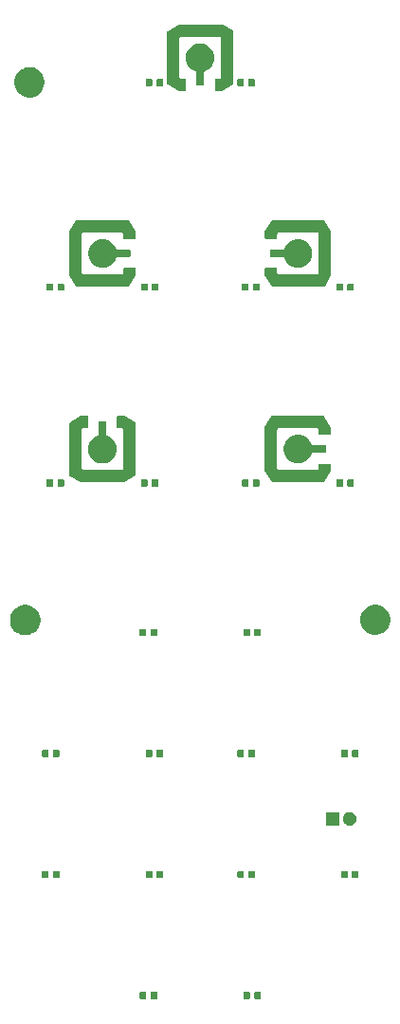
<source format=gbr>
G04 #@! TF.GenerationSoftware,KiCad,Pcbnew,(5.1.4-0-10_14)*
G04 #@! TF.CreationDate,2019-12-22T09:42:40+01:00*
G04 #@! TF.ProjectId,JETT_SELECT_Panel,4a455454-5f53-4454-9c45-43545f50616e,-*
G04 #@! TF.SameCoordinates,Original*
G04 #@! TF.FileFunction,Soldermask,Top*
G04 #@! TF.FilePolarity,Negative*
%FSLAX46Y46*%
G04 Gerber Fmt 4.6, Leading zero omitted, Abs format (unit mm)*
G04 Created by KiCad (PCBNEW (5.1.4-0-10_14)) date 2019-12-22 09:42:40*
%MOMM*%
%LPD*%
G04 APERTURE LIST*
%ADD10C,0.100000*%
G04 APERTURE END LIST*
D10*
G36*
X107851213Y-140114976D02*
G01*
X107867049Y-140119780D01*
X107881636Y-140127577D01*
X107894427Y-140138073D01*
X107904923Y-140150864D01*
X107912720Y-140165451D01*
X107917524Y-140181287D01*
X107919750Y-140203890D01*
X107919750Y-140661610D01*
X107917524Y-140684213D01*
X107912720Y-140700049D01*
X107904923Y-140714636D01*
X107894427Y-140727427D01*
X107881636Y-140737923D01*
X107867049Y-140745720D01*
X107851213Y-140750524D01*
X107828610Y-140752750D01*
X107420890Y-140752750D01*
X107398287Y-140750524D01*
X107382451Y-140745720D01*
X107367864Y-140737923D01*
X107355073Y-140727427D01*
X107344577Y-140714636D01*
X107336780Y-140700049D01*
X107331976Y-140684213D01*
X107329750Y-140661610D01*
X107329750Y-140203890D01*
X107331976Y-140181287D01*
X107336780Y-140165451D01*
X107344577Y-140150864D01*
X107355073Y-140138073D01*
X107367864Y-140127577D01*
X107382451Y-140119780D01*
X107398287Y-140114976D01*
X107420890Y-140112750D01*
X107828610Y-140112750D01*
X107851213Y-140114976D01*
X107851213Y-140114976D01*
G37*
G36*
X106881213Y-140114976D02*
G01*
X106897049Y-140119780D01*
X106911636Y-140127577D01*
X106924427Y-140138073D01*
X106934923Y-140150864D01*
X106942720Y-140165451D01*
X106947524Y-140181287D01*
X106949750Y-140203890D01*
X106949750Y-140661610D01*
X106947524Y-140684213D01*
X106942720Y-140700049D01*
X106934923Y-140714636D01*
X106924427Y-140727427D01*
X106911636Y-140737923D01*
X106897049Y-140745720D01*
X106881213Y-140750524D01*
X106858610Y-140752750D01*
X106450890Y-140752750D01*
X106428287Y-140750524D01*
X106412451Y-140745720D01*
X106397864Y-140737923D01*
X106385073Y-140727427D01*
X106374577Y-140714636D01*
X106366780Y-140700049D01*
X106361976Y-140684213D01*
X106359750Y-140661610D01*
X106359750Y-140203890D01*
X106361976Y-140181287D01*
X106366780Y-140165451D01*
X106374577Y-140150864D01*
X106385073Y-140138073D01*
X106397864Y-140127577D01*
X106412451Y-140119780D01*
X106428287Y-140114976D01*
X106450890Y-140112750D01*
X106858610Y-140112750D01*
X106881213Y-140114976D01*
X106881213Y-140114976D01*
G37*
G36*
X98591213Y-140114976D02*
G01*
X98607049Y-140119780D01*
X98621636Y-140127577D01*
X98634427Y-140138073D01*
X98644923Y-140150864D01*
X98652720Y-140165451D01*
X98657524Y-140181287D01*
X98659750Y-140203890D01*
X98659750Y-140661610D01*
X98657524Y-140684213D01*
X98652720Y-140700049D01*
X98644923Y-140714636D01*
X98634427Y-140727427D01*
X98621636Y-140737923D01*
X98607049Y-140745720D01*
X98591213Y-140750524D01*
X98568610Y-140752750D01*
X98160890Y-140752750D01*
X98138287Y-140750524D01*
X98122451Y-140745720D01*
X98107864Y-140737923D01*
X98095073Y-140727427D01*
X98084577Y-140714636D01*
X98076780Y-140700049D01*
X98071976Y-140684213D01*
X98069750Y-140661610D01*
X98069750Y-140203890D01*
X98071976Y-140181287D01*
X98076780Y-140165451D01*
X98084577Y-140150864D01*
X98095073Y-140138073D01*
X98107864Y-140127577D01*
X98122451Y-140119780D01*
X98138287Y-140114976D01*
X98160890Y-140112750D01*
X98568610Y-140112750D01*
X98591213Y-140114976D01*
X98591213Y-140114976D01*
G37*
G36*
X97621213Y-140114976D02*
G01*
X97637049Y-140119780D01*
X97651636Y-140127577D01*
X97664427Y-140138073D01*
X97674923Y-140150864D01*
X97682720Y-140165451D01*
X97687524Y-140181287D01*
X97689750Y-140203890D01*
X97689750Y-140661610D01*
X97687524Y-140684213D01*
X97682720Y-140700049D01*
X97674923Y-140714636D01*
X97664427Y-140727427D01*
X97651636Y-140737923D01*
X97637049Y-140745720D01*
X97621213Y-140750524D01*
X97598610Y-140752750D01*
X97190890Y-140752750D01*
X97168287Y-140750524D01*
X97152451Y-140745720D01*
X97137864Y-140737923D01*
X97125073Y-140727427D01*
X97114577Y-140714636D01*
X97106780Y-140700049D01*
X97101976Y-140684213D01*
X97099750Y-140661610D01*
X97099750Y-140203890D01*
X97101976Y-140181287D01*
X97106780Y-140165451D01*
X97114577Y-140150864D01*
X97125073Y-140138073D01*
X97137864Y-140127577D01*
X97152451Y-140119780D01*
X97168287Y-140114976D01*
X97190890Y-140112750D01*
X97598610Y-140112750D01*
X97621213Y-140114976D01*
X97621213Y-140114976D01*
G37*
G36*
X99121213Y-129314976D02*
G01*
X99137049Y-129319780D01*
X99151636Y-129327577D01*
X99164427Y-129338073D01*
X99174923Y-129350864D01*
X99182720Y-129365451D01*
X99187524Y-129381287D01*
X99189750Y-129403890D01*
X99189750Y-129861610D01*
X99187524Y-129884213D01*
X99182720Y-129900049D01*
X99174923Y-129914636D01*
X99164427Y-129927427D01*
X99151636Y-129937923D01*
X99137049Y-129945720D01*
X99121213Y-129950524D01*
X99098610Y-129952750D01*
X98690890Y-129952750D01*
X98668287Y-129950524D01*
X98652451Y-129945720D01*
X98637864Y-129937923D01*
X98625073Y-129927427D01*
X98614577Y-129914636D01*
X98606780Y-129900049D01*
X98601976Y-129884213D01*
X98599750Y-129861610D01*
X98599750Y-129403890D01*
X98601976Y-129381287D01*
X98606780Y-129365451D01*
X98614577Y-129350864D01*
X98625073Y-129338073D01*
X98637864Y-129327577D01*
X98652451Y-129319780D01*
X98668287Y-129314976D01*
X98690890Y-129312750D01*
X99098610Y-129312750D01*
X99121213Y-129314976D01*
X99121213Y-129314976D01*
G37*
G36*
X98151213Y-129314976D02*
G01*
X98167049Y-129319780D01*
X98181636Y-129327577D01*
X98194427Y-129338073D01*
X98204923Y-129350864D01*
X98212720Y-129365451D01*
X98217524Y-129381287D01*
X98219750Y-129403890D01*
X98219750Y-129861610D01*
X98217524Y-129884213D01*
X98212720Y-129900049D01*
X98204923Y-129914636D01*
X98194427Y-129927427D01*
X98181636Y-129937923D01*
X98167049Y-129945720D01*
X98151213Y-129950524D01*
X98128610Y-129952750D01*
X97720890Y-129952750D01*
X97698287Y-129950524D01*
X97682451Y-129945720D01*
X97667864Y-129937923D01*
X97655073Y-129927427D01*
X97644577Y-129914636D01*
X97636780Y-129900049D01*
X97631976Y-129884213D01*
X97629750Y-129861610D01*
X97629750Y-129403890D01*
X97631976Y-129381287D01*
X97636780Y-129365451D01*
X97644577Y-129350864D01*
X97655073Y-129338073D01*
X97667864Y-129327577D01*
X97682451Y-129319780D01*
X97698287Y-129314976D01*
X97720890Y-129312750D01*
X98128610Y-129312750D01*
X98151213Y-129314976D01*
X98151213Y-129314976D01*
G37*
G36*
X89861213Y-129314976D02*
G01*
X89877049Y-129319780D01*
X89891636Y-129327577D01*
X89904427Y-129338073D01*
X89914923Y-129350864D01*
X89922720Y-129365451D01*
X89927524Y-129381287D01*
X89929750Y-129403890D01*
X89929750Y-129861610D01*
X89927524Y-129884213D01*
X89922720Y-129900049D01*
X89914923Y-129914636D01*
X89904427Y-129927427D01*
X89891636Y-129937923D01*
X89877049Y-129945720D01*
X89861213Y-129950524D01*
X89838610Y-129952750D01*
X89430890Y-129952750D01*
X89408287Y-129950524D01*
X89392451Y-129945720D01*
X89377864Y-129937923D01*
X89365073Y-129927427D01*
X89354577Y-129914636D01*
X89346780Y-129900049D01*
X89341976Y-129884213D01*
X89339750Y-129861610D01*
X89339750Y-129403890D01*
X89341976Y-129381287D01*
X89346780Y-129365451D01*
X89354577Y-129350864D01*
X89365073Y-129338073D01*
X89377864Y-129327577D01*
X89392451Y-129319780D01*
X89408287Y-129314976D01*
X89430890Y-129312750D01*
X89838610Y-129312750D01*
X89861213Y-129314976D01*
X89861213Y-129314976D01*
G37*
G36*
X88891213Y-129314976D02*
G01*
X88907049Y-129319780D01*
X88921636Y-129327577D01*
X88934427Y-129338073D01*
X88944923Y-129350864D01*
X88952720Y-129365451D01*
X88957524Y-129381287D01*
X88959750Y-129403890D01*
X88959750Y-129861610D01*
X88957524Y-129884213D01*
X88952720Y-129900049D01*
X88944923Y-129914636D01*
X88934427Y-129927427D01*
X88921636Y-129937923D01*
X88907049Y-129945720D01*
X88891213Y-129950524D01*
X88868610Y-129952750D01*
X88460890Y-129952750D01*
X88438287Y-129950524D01*
X88422451Y-129945720D01*
X88407864Y-129937923D01*
X88395073Y-129927427D01*
X88384577Y-129914636D01*
X88376780Y-129900049D01*
X88371976Y-129884213D01*
X88369750Y-129861610D01*
X88369750Y-129403890D01*
X88371976Y-129381287D01*
X88376780Y-129365451D01*
X88384577Y-129350864D01*
X88395073Y-129338073D01*
X88407864Y-129327577D01*
X88422451Y-129319780D01*
X88438287Y-129314976D01*
X88460890Y-129312750D01*
X88868610Y-129312750D01*
X88891213Y-129314976D01*
X88891213Y-129314976D01*
G37*
G36*
X116581213Y-129314976D02*
G01*
X116597049Y-129319780D01*
X116611636Y-129327577D01*
X116624427Y-129338073D01*
X116634923Y-129350864D01*
X116642720Y-129365451D01*
X116647524Y-129381287D01*
X116649750Y-129403890D01*
X116649750Y-129861610D01*
X116647524Y-129884213D01*
X116642720Y-129900049D01*
X116634923Y-129914636D01*
X116624427Y-129927427D01*
X116611636Y-129937923D01*
X116597049Y-129945720D01*
X116581213Y-129950524D01*
X116558610Y-129952750D01*
X116150890Y-129952750D01*
X116128287Y-129950524D01*
X116112451Y-129945720D01*
X116097864Y-129937923D01*
X116085073Y-129927427D01*
X116074577Y-129914636D01*
X116066780Y-129900049D01*
X116061976Y-129884213D01*
X116059750Y-129861610D01*
X116059750Y-129403890D01*
X116061976Y-129381287D01*
X116066780Y-129365451D01*
X116074577Y-129350864D01*
X116085073Y-129338073D01*
X116097864Y-129327577D01*
X116112451Y-129319780D01*
X116128287Y-129314976D01*
X116150890Y-129312750D01*
X116558610Y-129312750D01*
X116581213Y-129314976D01*
X116581213Y-129314976D01*
G37*
G36*
X115611213Y-129314976D02*
G01*
X115627049Y-129319780D01*
X115641636Y-129327577D01*
X115654427Y-129338073D01*
X115664923Y-129350864D01*
X115672720Y-129365451D01*
X115677524Y-129381287D01*
X115679750Y-129403890D01*
X115679750Y-129861610D01*
X115677524Y-129884213D01*
X115672720Y-129900049D01*
X115664923Y-129914636D01*
X115654427Y-129927427D01*
X115641636Y-129937923D01*
X115627049Y-129945720D01*
X115611213Y-129950524D01*
X115588610Y-129952750D01*
X115180890Y-129952750D01*
X115158287Y-129950524D01*
X115142451Y-129945720D01*
X115127864Y-129937923D01*
X115115073Y-129927427D01*
X115104577Y-129914636D01*
X115096780Y-129900049D01*
X115091976Y-129884213D01*
X115089750Y-129861610D01*
X115089750Y-129403890D01*
X115091976Y-129381287D01*
X115096780Y-129365451D01*
X115104577Y-129350864D01*
X115115073Y-129338073D01*
X115127864Y-129327577D01*
X115142451Y-129319780D01*
X115158287Y-129314976D01*
X115180890Y-129312750D01*
X115588610Y-129312750D01*
X115611213Y-129314976D01*
X115611213Y-129314976D01*
G37*
G36*
X107321213Y-129314976D02*
G01*
X107337049Y-129319780D01*
X107351636Y-129327577D01*
X107364427Y-129338073D01*
X107374923Y-129350864D01*
X107382720Y-129365451D01*
X107387524Y-129381287D01*
X107389750Y-129403890D01*
X107389750Y-129861610D01*
X107387524Y-129884213D01*
X107382720Y-129900049D01*
X107374923Y-129914636D01*
X107364427Y-129927427D01*
X107351636Y-129937923D01*
X107337049Y-129945720D01*
X107321213Y-129950524D01*
X107298610Y-129952750D01*
X106890890Y-129952750D01*
X106868287Y-129950524D01*
X106852451Y-129945720D01*
X106837864Y-129937923D01*
X106825073Y-129927427D01*
X106814577Y-129914636D01*
X106806780Y-129900049D01*
X106801976Y-129884213D01*
X106799750Y-129861610D01*
X106799750Y-129403890D01*
X106801976Y-129381287D01*
X106806780Y-129365451D01*
X106814577Y-129350864D01*
X106825073Y-129338073D01*
X106837864Y-129327577D01*
X106852451Y-129319780D01*
X106868287Y-129314976D01*
X106890890Y-129312750D01*
X107298610Y-129312750D01*
X107321213Y-129314976D01*
X107321213Y-129314976D01*
G37*
G36*
X106351213Y-129314976D02*
G01*
X106367049Y-129319780D01*
X106381636Y-129327577D01*
X106394427Y-129338073D01*
X106404923Y-129350864D01*
X106412720Y-129365451D01*
X106417524Y-129381287D01*
X106419750Y-129403890D01*
X106419750Y-129861610D01*
X106417524Y-129884213D01*
X106412720Y-129900049D01*
X106404923Y-129914636D01*
X106394427Y-129927427D01*
X106381636Y-129937923D01*
X106367049Y-129945720D01*
X106351213Y-129950524D01*
X106328610Y-129952750D01*
X105920890Y-129952750D01*
X105898287Y-129950524D01*
X105882451Y-129945720D01*
X105867864Y-129937923D01*
X105855073Y-129927427D01*
X105844577Y-129914636D01*
X105836780Y-129900049D01*
X105831976Y-129884213D01*
X105829750Y-129861610D01*
X105829750Y-129403890D01*
X105831976Y-129381287D01*
X105836780Y-129365451D01*
X105844577Y-129350864D01*
X105855073Y-129338073D01*
X105867864Y-129327577D01*
X105882451Y-129319780D01*
X105898287Y-129314976D01*
X105920890Y-129312750D01*
X106328610Y-129312750D01*
X106351213Y-129314976D01*
X106351213Y-129314976D01*
G37*
G36*
X116032163Y-124092607D02*
G01*
X116141356Y-124137836D01*
X116239627Y-124203499D01*
X116323201Y-124287073D01*
X116388864Y-124385344D01*
X116434093Y-124494537D01*
X116457150Y-124610454D01*
X116457150Y-124728646D01*
X116434093Y-124844563D01*
X116388864Y-124953756D01*
X116323201Y-125052027D01*
X116239627Y-125135601D01*
X116141356Y-125201264D01*
X116032163Y-125246493D01*
X115916246Y-125269550D01*
X115798054Y-125269550D01*
X115682137Y-125246493D01*
X115572944Y-125201264D01*
X115474673Y-125135601D01*
X115391099Y-125052027D01*
X115325436Y-124953756D01*
X115280207Y-124844563D01*
X115257150Y-124728646D01*
X115257150Y-124610454D01*
X115280207Y-124494537D01*
X115325436Y-124385344D01*
X115391099Y-124287073D01*
X115474673Y-124203499D01*
X115572944Y-124137836D01*
X115682137Y-124092607D01*
X115798054Y-124069550D01*
X115916246Y-124069550D01*
X116032163Y-124092607D01*
X116032163Y-124092607D01*
G37*
G36*
X114957150Y-125269550D02*
G01*
X113757150Y-125269550D01*
X113757150Y-124069550D01*
X114957150Y-124069550D01*
X114957150Y-125269550D01*
X114957150Y-125269550D01*
G37*
G36*
X115611213Y-118524976D02*
G01*
X115627049Y-118529780D01*
X115641636Y-118537577D01*
X115654427Y-118548073D01*
X115664923Y-118560864D01*
X115672720Y-118575451D01*
X115677524Y-118591287D01*
X115679750Y-118613890D01*
X115679750Y-119071610D01*
X115677524Y-119094213D01*
X115672720Y-119110049D01*
X115664923Y-119124636D01*
X115654427Y-119137427D01*
X115641636Y-119147923D01*
X115627049Y-119155720D01*
X115611213Y-119160524D01*
X115588610Y-119162750D01*
X115180890Y-119162750D01*
X115158287Y-119160524D01*
X115142451Y-119155720D01*
X115127864Y-119147923D01*
X115115073Y-119137427D01*
X115104577Y-119124636D01*
X115096780Y-119110049D01*
X115091976Y-119094213D01*
X115089750Y-119071610D01*
X115089750Y-118613890D01*
X115091976Y-118591287D01*
X115096780Y-118575451D01*
X115104577Y-118560864D01*
X115115073Y-118548073D01*
X115127864Y-118537577D01*
X115142451Y-118529780D01*
X115158287Y-118524976D01*
X115180890Y-118522750D01*
X115588610Y-118522750D01*
X115611213Y-118524976D01*
X115611213Y-118524976D01*
G37*
G36*
X116581213Y-118524976D02*
G01*
X116597049Y-118529780D01*
X116611636Y-118537577D01*
X116624427Y-118548073D01*
X116634923Y-118560864D01*
X116642720Y-118575451D01*
X116647524Y-118591287D01*
X116649750Y-118613890D01*
X116649750Y-119071610D01*
X116647524Y-119094213D01*
X116642720Y-119110049D01*
X116634923Y-119124636D01*
X116624427Y-119137427D01*
X116611636Y-119147923D01*
X116597049Y-119155720D01*
X116581213Y-119160524D01*
X116558610Y-119162750D01*
X116150890Y-119162750D01*
X116128287Y-119160524D01*
X116112451Y-119155720D01*
X116097864Y-119147923D01*
X116085073Y-119137427D01*
X116074577Y-119124636D01*
X116066780Y-119110049D01*
X116061976Y-119094213D01*
X116059750Y-119071610D01*
X116059750Y-118613890D01*
X116061976Y-118591287D01*
X116066780Y-118575451D01*
X116074577Y-118560864D01*
X116085073Y-118548073D01*
X116097864Y-118537577D01*
X116112451Y-118529780D01*
X116128287Y-118524976D01*
X116150890Y-118522750D01*
X116558610Y-118522750D01*
X116581213Y-118524976D01*
X116581213Y-118524976D01*
G37*
G36*
X107321213Y-118524976D02*
G01*
X107337049Y-118529780D01*
X107351636Y-118537577D01*
X107364427Y-118548073D01*
X107374923Y-118560864D01*
X107382720Y-118575451D01*
X107387524Y-118591287D01*
X107389750Y-118613890D01*
X107389750Y-119071610D01*
X107387524Y-119094213D01*
X107382720Y-119110049D01*
X107374923Y-119124636D01*
X107364427Y-119137427D01*
X107351636Y-119147923D01*
X107337049Y-119155720D01*
X107321213Y-119160524D01*
X107298610Y-119162750D01*
X106890890Y-119162750D01*
X106868287Y-119160524D01*
X106852451Y-119155720D01*
X106837864Y-119147923D01*
X106825073Y-119137427D01*
X106814577Y-119124636D01*
X106806780Y-119110049D01*
X106801976Y-119094213D01*
X106799750Y-119071610D01*
X106799750Y-118613890D01*
X106801976Y-118591287D01*
X106806780Y-118575451D01*
X106814577Y-118560864D01*
X106825073Y-118548073D01*
X106837864Y-118537577D01*
X106852451Y-118529780D01*
X106868287Y-118524976D01*
X106890890Y-118522750D01*
X107298610Y-118522750D01*
X107321213Y-118524976D01*
X107321213Y-118524976D01*
G37*
G36*
X106351213Y-118524976D02*
G01*
X106367049Y-118529780D01*
X106381636Y-118537577D01*
X106394427Y-118548073D01*
X106404923Y-118560864D01*
X106412720Y-118575451D01*
X106417524Y-118591287D01*
X106419750Y-118613890D01*
X106419750Y-119071610D01*
X106417524Y-119094213D01*
X106412720Y-119110049D01*
X106404923Y-119124636D01*
X106394427Y-119137427D01*
X106381636Y-119147923D01*
X106367049Y-119155720D01*
X106351213Y-119160524D01*
X106328610Y-119162750D01*
X105920890Y-119162750D01*
X105898287Y-119160524D01*
X105882451Y-119155720D01*
X105867864Y-119147923D01*
X105855073Y-119137427D01*
X105844577Y-119124636D01*
X105836780Y-119110049D01*
X105831976Y-119094213D01*
X105829750Y-119071610D01*
X105829750Y-118613890D01*
X105831976Y-118591287D01*
X105836780Y-118575451D01*
X105844577Y-118560864D01*
X105855073Y-118548073D01*
X105867864Y-118537577D01*
X105882451Y-118529780D01*
X105898287Y-118524976D01*
X105920890Y-118522750D01*
X106328610Y-118522750D01*
X106351213Y-118524976D01*
X106351213Y-118524976D01*
G37*
G36*
X88891213Y-118524976D02*
G01*
X88907049Y-118529780D01*
X88921636Y-118537577D01*
X88934427Y-118548073D01*
X88944923Y-118560864D01*
X88952720Y-118575451D01*
X88957524Y-118591287D01*
X88959750Y-118613890D01*
X88959750Y-119071610D01*
X88957524Y-119094213D01*
X88952720Y-119110049D01*
X88944923Y-119124636D01*
X88934427Y-119137427D01*
X88921636Y-119147923D01*
X88907049Y-119155720D01*
X88891213Y-119160524D01*
X88868610Y-119162750D01*
X88460890Y-119162750D01*
X88438287Y-119160524D01*
X88422451Y-119155720D01*
X88407864Y-119147923D01*
X88395073Y-119137427D01*
X88384577Y-119124636D01*
X88376780Y-119110049D01*
X88371976Y-119094213D01*
X88369750Y-119071610D01*
X88369750Y-118613890D01*
X88371976Y-118591287D01*
X88376780Y-118575451D01*
X88384577Y-118560864D01*
X88395073Y-118548073D01*
X88407864Y-118537577D01*
X88422451Y-118529780D01*
X88438287Y-118524976D01*
X88460890Y-118522750D01*
X88868610Y-118522750D01*
X88891213Y-118524976D01*
X88891213Y-118524976D01*
G37*
G36*
X89861213Y-118524976D02*
G01*
X89877049Y-118529780D01*
X89891636Y-118537577D01*
X89904427Y-118548073D01*
X89914923Y-118560864D01*
X89922720Y-118575451D01*
X89927524Y-118591287D01*
X89929750Y-118613890D01*
X89929750Y-119071610D01*
X89927524Y-119094213D01*
X89922720Y-119110049D01*
X89914923Y-119124636D01*
X89904427Y-119137427D01*
X89891636Y-119147923D01*
X89877049Y-119155720D01*
X89861213Y-119160524D01*
X89838610Y-119162750D01*
X89430890Y-119162750D01*
X89408287Y-119160524D01*
X89392451Y-119155720D01*
X89377864Y-119147923D01*
X89365073Y-119137427D01*
X89354577Y-119124636D01*
X89346780Y-119110049D01*
X89341976Y-119094213D01*
X89339750Y-119071610D01*
X89339750Y-118613890D01*
X89341976Y-118591287D01*
X89346780Y-118575451D01*
X89354577Y-118560864D01*
X89365073Y-118548073D01*
X89377864Y-118537577D01*
X89392451Y-118529780D01*
X89408287Y-118524976D01*
X89430890Y-118522750D01*
X89838610Y-118522750D01*
X89861213Y-118524976D01*
X89861213Y-118524976D01*
G37*
G36*
X98151213Y-118524976D02*
G01*
X98167049Y-118529780D01*
X98181636Y-118537577D01*
X98194427Y-118548073D01*
X98204923Y-118560864D01*
X98212720Y-118575451D01*
X98217524Y-118591287D01*
X98219750Y-118613890D01*
X98219750Y-119071610D01*
X98217524Y-119094213D01*
X98212720Y-119110049D01*
X98204923Y-119124636D01*
X98194427Y-119137427D01*
X98181636Y-119147923D01*
X98167049Y-119155720D01*
X98151213Y-119160524D01*
X98128610Y-119162750D01*
X97720890Y-119162750D01*
X97698287Y-119160524D01*
X97682451Y-119155720D01*
X97667864Y-119147923D01*
X97655073Y-119137427D01*
X97644577Y-119124636D01*
X97636780Y-119110049D01*
X97631976Y-119094213D01*
X97629750Y-119071610D01*
X97629750Y-118613890D01*
X97631976Y-118591287D01*
X97636780Y-118575451D01*
X97644577Y-118560864D01*
X97655073Y-118548073D01*
X97667864Y-118537577D01*
X97682451Y-118529780D01*
X97698287Y-118524976D01*
X97720890Y-118522750D01*
X98128610Y-118522750D01*
X98151213Y-118524976D01*
X98151213Y-118524976D01*
G37*
G36*
X99121213Y-118524976D02*
G01*
X99137049Y-118529780D01*
X99151636Y-118537577D01*
X99164427Y-118548073D01*
X99174923Y-118560864D01*
X99182720Y-118575451D01*
X99187524Y-118591287D01*
X99189750Y-118613890D01*
X99189750Y-119071610D01*
X99187524Y-119094213D01*
X99182720Y-119110049D01*
X99174923Y-119124636D01*
X99164427Y-119137427D01*
X99151636Y-119147923D01*
X99137049Y-119155720D01*
X99121213Y-119160524D01*
X99098610Y-119162750D01*
X98690890Y-119162750D01*
X98668287Y-119160524D01*
X98652451Y-119155720D01*
X98637864Y-119147923D01*
X98625073Y-119137427D01*
X98614577Y-119124636D01*
X98606780Y-119110049D01*
X98601976Y-119094213D01*
X98599750Y-119071610D01*
X98599750Y-118613890D01*
X98601976Y-118591287D01*
X98606780Y-118575451D01*
X98614577Y-118560864D01*
X98625073Y-118548073D01*
X98637864Y-118537577D01*
X98652451Y-118529780D01*
X98668287Y-118524976D01*
X98690890Y-118522750D01*
X99098610Y-118522750D01*
X99121213Y-118524976D01*
X99121213Y-118524976D01*
G37*
G36*
X97621213Y-107724976D02*
G01*
X97637049Y-107729780D01*
X97651636Y-107737577D01*
X97664427Y-107748073D01*
X97674923Y-107760864D01*
X97682720Y-107775451D01*
X97687524Y-107791287D01*
X97689750Y-107813890D01*
X97689750Y-108271610D01*
X97687524Y-108294213D01*
X97682720Y-108310049D01*
X97674923Y-108324636D01*
X97664427Y-108337427D01*
X97651636Y-108347923D01*
X97637049Y-108355720D01*
X97621213Y-108360524D01*
X97598610Y-108362750D01*
X97190890Y-108362750D01*
X97168287Y-108360524D01*
X97152451Y-108355720D01*
X97137864Y-108347923D01*
X97125073Y-108337427D01*
X97114577Y-108324636D01*
X97106780Y-108310049D01*
X97101976Y-108294213D01*
X97099750Y-108271610D01*
X97099750Y-107813890D01*
X97101976Y-107791287D01*
X97106780Y-107775451D01*
X97114577Y-107760864D01*
X97125073Y-107748073D01*
X97137864Y-107737577D01*
X97152451Y-107729780D01*
X97168287Y-107724976D01*
X97190890Y-107722750D01*
X97598610Y-107722750D01*
X97621213Y-107724976D01*
X97621213Y-107724976D01*
G37*
G36*
X98591213Y-107724976D02*
G01*
X98607049Y-107729780D01*
X98621636Y-107737577D01*
X98634427Y-107748073D01*
X98644923Y-107760864D01*
X98652720Y-107775451D01*
X98657524Y-107791287D01*
X98659750Y-107813890D01*
X98659750Y-108271610D01*
X98657524Y-108294213D01*
X98652720Y-108310049D01*
X98644923Y-108324636D01*
X98634427Y-108337427D01*
X98621636Y-108347923D01*
X98607049Y-108355720D01*
X98591213Y-108360524D01*
X98568610Y-108362750D01*
X98160890Y-108362750D01*
X98138287Y-108360524D01*
X98122451Y-108355720D01*
X98107864Y-108347923D01*
X98095073Y-108337427D01*
X98084577Y-108324636D01*
X98076780Y-108310049D01*
X98071976Y-108294213D01*
X98069750Y-108271610D01*
X98069750Y-107813890D01*
X98071976Y-107791287D01*
X98076780Y-107775451D01*
X98084577Y-107760864D01*
X98095073Y-107748073D01*
X98107864Y-107737577D01*
X98122451Y-107729780D01*
X98138287Y-107724976D01*
X98160890Y-107722750D01*
X98568610Y-107722750D01*
X98591213Y-107724976D01*
X98591213Y-107724976D01*
G37*
G36*
X106881213Y-107724976D02*
G01*
X106897049Y-107729780D01*
X106911636Y-107737577D01*
X106924427Y-107748073D01*
X106934923Y-107760864D01*
X106942720Y-107775451D01*
X106947524Y-107791287D01*
X106949750Y-107813890D01*
X106949750Y-108271610D01*
X106947524Y-108294213D01*
X106942720Y-108310049D01*
X106934923Y-108324636D01*
X106924427Y-108337427D01*
X106911636Y-108347923D01*
X106897049Y-108355720D01*
X106881213Y-108360524D01*
X106858610Y-108362750D01*
X106450890Y-108362750D01*
X106428287Y-108360524D01*
X106412451Y-108355720D01*
X106397864Y-108347923D01*
X106385073Y-108337427D01*
X106374577Y-108324636D01*
X106366780Y-108310049D01*
X106361976Y-108294213D01*
X106359750Y-108271610D01*
X106359750Y-107813890D01*
X106361976Y-107791287D01*
X106366780Y-107775451D01*
X106374577Y-107760864D01*
X106385073Y-107748073D01*
X106397864Y-107737577D01*
X106412451Y-107729780D01*
X106428287Y-107724976D01*
X106450890Y-107722750D01*
X106858610Y-107722750D01*
X106881213Y-107724976D01*
X106881213Y-107724976D01*
G37*
G36*
X107851213Y-107724976D02*
G01*
X107867049Y-107729780D01*
X107881636Y-107737577D01*
X107894427Y-107748073D01*
X107904923Y-107760864D01*
X107912720Y-107775451D01*
X107917524Y-107791287D01*
X107919750Y-107813890D01*
X107919750Y-108271610D01*
X107917524Y-108294213D01*
X107912720Y-108310049D01*
X107904923Y-108324636D01*
X107894427Y-108337427D01*
X107881636Y-108347923D01*
X107867049Y-108355720D01*
X107851213Y-108360524D01*
X107828610Y-108362750D01*
X107420890Y-108362750D01*
X107398287Y-108360524D01*
X107382451Y-108355720D01*
X107367864Y-108347923D01*
X107355073Y-108337427D01*
X107344577Y-108324636D01*
X107336780Y-108310049D01*
X107331976Y-108294213D01*
X107329750Y-108271610D01*
X107329750Y-107813890D01*
X107331976Y-107791287D01*
X107336780Y-107775451D01*
X107344577Y-107760864D01*
X107355073Y-107748073D01*
X107367864Y-107737577D01*
X107382451Y-107729780D01*
X107398287Y-107724976D01*
X107420890Y-107722750D01*
X107828610Y-107722750D01*
X107851213Y-107724976D01*
X107851213Y-107724976D01*
G37*
G36*
X87268129Y-105642229D02*
G01*
X87513813Y-105743995D01*
X87513815Y-105743996D01*
X87625119Y-105818367D01*
X87696912Y-105866337D01*
X87734925Y-105891737D01*
X87922963Y-106079775D01*
X88053734Y-106275487D01*
X88070705Y-106300887D01*
X88172471Y-106546571D01*
X88224350Y-106807385D01*
X88224350Y-107073315D01*
X88172471Y-107334129D01*
X88070705Y-107579813D01*
X87939936Y-107775524D01*
X87922963Y-107800925D01*
X87734925Y-107988963D01*
X87513815Y-108136704D01*
X87513814Y-108136705D01*
X87513813Y-108136705D01*
X87268129Y-108238471D01*
X87007315Y-108290350D01*
X86741385Y-108290350D01*
X86480571Y-108238471D01*
X86234887Y-108136705D01*
X86234886Y-108136705D01*
X86234885Y-108136704D01*
X86013775Y-107988963D01*
X85825737Y-107800925D01*
X85808765Y-107775524D01*
X85677995Y-107579813D01*
X85576229Y-107334129D01*
X85524350Y-107073315D01*
X85524350Y-106807385D01*
X85576229Y-106546571D01*
X85677995Y-106300887D01*
X85694967Y-106275487D01*
X85825737Y-106079775D01*
X86013775Y-105891737D01*
X86051789Y-105866337D01*
X86123581Y-105818367D01*
X86234885Y-105743996D01*
X86234887Y-105743995D01*
X86480571Y-105642229D01*
X86741385Y-105590350D01*
X87007315Y-105590350D01*
X87268129Y-105642229D01*
X87268129Y-105642229D01*
G37*
G36*
X118535529Y-105616829D02*
G01*
X118781213Y-105718595D01*
X118781215Y-105718596D01*
X118892519Y-105792967D01*
X119002324Y-105866336D01*
X119190364Y-106054376D01*
X119338105Y-106275487D01*
X119439871Y-106521171D01*
X119491750Y-106781985D01*
X119491750Y-107047915D01*
X119439871Y-107308729D01*
X119338105Y-107554413D01*
X119338104Y-107554415D01*
X119321132Y-107579815D01*
X119190364Y-107775524D01*
X119002324Y-107963564D01*
X118964310Y-107988964D01*
X118781215Y-108111304D01*
X118781214Y-108111305D01*
X118781213Y-108111305D01*
X118535529Y-108213071D01*
X118274715Y-108264950D01*
X118008785Y-108264950D01*
X117747971Y-108213071D01*
X117502287Y-108111305D01*
X117502286Y-108111305D01*
X117502285Y-108111304D01*
X117319190Y-107988964D01*
X117281176Y-107963564D01*
X117093136Y-107775524D01*
X116962368Y-107579815D01*
X116945396Y-107554415D01*
X116945395Y-107554413D01*
X116843629Y-107308729D01*
X116791750Y-107047915D01*
X116791750Y-106781985D01*
X116843629Y-106521171D01*
X116945395Y-106275487D01*
X117093136Y-106054376D01*
X117281176Y-105866336D01*
X117390981Y-105792967D01*
X117502285Y-105718596D01*
X117502287Y-105718595D01*
X117747971Y-105616829D01*
X118008785Y-105564950D01*
X118274715Y-105564950D01*
X118535529Y-105616829D01*
X118535529Y-105616829D01*
G37*
G36*
X90271213Y-94394976D02*
G01*
X90287049Y-94399780D01*
X90301636Y-94407577D01*
X90314427Y-94418073D01*
X90324923Y-94430864D01*
X90332720Y-94445451D01*
X90337524Y-94461287D01*
X90339750Y-94483890D01*
X90339750Y-94941610D01*
X90337524Y-94964213D01*
X90332720Y-94980049D01*
X90324923Y-94994636D01*
X90314427Y-95007427D01*
X90301636Y-95017923D01*
X90287049Y-95025720D01*
X90271213Y-95030524D01*
X90248610Y-95032750D01*
X89840890Y-95032750D01*
X89818287Y-95030524D01*
X89802451Y-95025720D01*
X89787864Y-95017923D01*
X89775073Y-95007427D01*
X89764577Y-94994636D01*
X89756780Y-94980049D01*
X89751976Y-94964213D01*
X89749750Y-94941610D01*
X89749750Y-94483890D01*
X89751976Y-94461287D01*
X89756780Y-94445451D01*
X89764577Y-94430864D01*
X89775073Y-94418073D01*
X89787864Y-94407577D01*
X89802451Y-94399780D01*
X89818287Y-94394976D01*
X89840890Y-94392750D01*
X90248610Y-94392750D01*
X90271213Y-94394976D01*
X90271213Y-94394976D01*
G37*
G36*
X97731213Y-94394976D02*
G01*
X97747049Y-94399780D01*
X97761636Y-94407577D01*
X97774427Y-94418073D01*
X97784923Y-94430864D01*
X97792720Y-94445451D01*
X97797524Y-94461287D01*
X97799750Y-94483890D01*
X97799750Y-94941610D01*
X97797524Y-94964213D01*
X97792720Y-94980049D01*
X97784923Y-94994636D01*
X97774427Y-95007427D01*
X97761636Y-95017923D01*
X97747049Y-95025720D01*
X97731213Y-95030524D01*
X97708610Y-95032750D01*
X97300890Y-95032750D01*
X97278287Y-95030524D01*
X97262451Y-95025720D01*
X97247864Y-95017923D01*
X97235073Y-95007427D01*
X97224577Y-94994636D01*
X97216780Y-94980049D01*
X97211976Y-94964213D01*
X97209750Y-94941610D01*
X97209750Y-94483890D01*
X97211976Y-94461287D01*
X97216780Y-94445451D01*
X97224577Y-94430864D01*
X97235073Y-94418073D01*
X97247864Y-94407577D01*
X97262451Y-94399780D01*
X97278287Y-94394976D01*
X97300890Y-94392750D01*
X97708610Y-94392750D01*
X97731213Y-94394976D01*
X97731213Y-94394976D01*
G37*
G36*
X98701213Y-94394976D02*
G01*
X98717049Y-94399780D01*
X98731636Y-94407577D01*
X98744427Y-94418073D01*
X98754923Y-94430864D01*
X98762720Y-94445451D01*
X98767524Y-94461287D01*
X98769750Y-94483890D01*
X98769750Y-94941610D01*
X98767524Y-94964213D01*
X98762720Y-94980049D01*
X98754923Y-94994636D01*
X98744427Y-95007427D01*
X98731636Y-95017923D01*
X98717049Y-95025720D01*
X98701213Y-95030524D01*
X98678610Y-95032750D01*
X98270890Y-95032750D01*
X98248287Y-95030524D01*
X98232451Y-95025720D01*
X98217864Y-95017923D01*
X98205073Y-95007427D01*
X98194577Y-94994636D01*
X98186780Y-94980049D01*
X98181976Y-94964213D01*
X98179750Y-94941610D01*
X98179750Y-94483890D01*
X98181976Y-94461287D01*
X98186780Y-94445451D01*
X98194577Y-94430864D01*
X98205073Y-94418073D01*
X98217864Y-94407577D01*
X98232451Y-94399780D01*
X98248287Y-94394976D01*
X98270890Y-94392750D01*
X98678610Y-94392750D01*
X98701213Y-94394976D01*
X98701213Y-94394976D01*
G37*
G36*
X89301213Y-94394976D02*
G01*
X89317049Y-94399780D01*
X89331636Y-94407577D01*
X89344427Y-94418073D01*
X89354923Y-94430864D01*
X89362720Y-94445451D01*
X89367524Y-94461287D01*
X89369750Y-94483890D01*
X89369750Y-94941610D01*
X89367524Y-94964213D01*
X89362720Y-94980049D01*
X89354923Y-94994636D01*
X89344427Y-95007427D01*
X89331636Y-95017923D01*
X89317049Y-95025720D01*
X89301213Y-95030524D01*
X89278610Y-95032750D01*
X88870890Y-95032750D01*
X88848287Y-95030524D01*
X88832451Y-95025720D01*
X88817864Y-95017923D01*
X88805073Y-95007427D01*
X88794577Y-94994636D01*
X88786780Y-94980049D01*
X88781976Y-94964213D01*
X88779750Y-94941610D01*
X88779750Y-94483890D01*
X88781976Y-94461287D01*
X88786780Y-94445451D01*
X88794577Y-94430864D01*
X88805073Y-94418073D01*
X88817864Y-94407577D01*
X88832451Y-94399780D01*
X88848287Y-94394976D01*
X88870890Y-94392750D01*
X89278610Y-94392750D01*
X89301213Y-94394976D01*
X89301213Y-94394976D01*
G37*
G36*
X107731213Y-94394976D02*
G01*
X107747049Y-94399780D01*
X107761636Y-94407577D01*
X107774427Y-94418073D01*
X107784923Y-94430864D01*
X107792720Y-94445451D01*
X107797524Y-94461287D01*
X107799750Y-94483890D01*
X107799750Y-94941610D01*
X107797524Y-94964213D01*
X107792720Y-94980049D01*
X107784923Y-94994636D01*
X107774427Y-95007427D01*
X107761636Y-95017923D01*
X107747049Y-95025720D01*
X107731213Y-95030524D01*
X107708610Y-95032750D01*
X107300890Y-95032750D01*
X107278287Y-95030524D01*
X107262451Y-95025720D01*
X107247864Y-95017923D01*
X107235073Y-95007427D01*
X107224577Y-94994636D01*
X107216780Y-94980049D01*
X107211976Y-94964213D01*
X107209750Y-94941610D01*
X107209750Y-94483890D01*
X107211976Y-94461287D01*
X107216780Y-94445451D01*
X107224577Y-94430864D01*
X107235073Y-94418073D01*
X107247864Y-94407577D01*
X107262451Y-94399780D01*
X107278287Y-94394976D01*
X107300890Y-94392750D01*
X107708610Y-94392750D01*
X107731213Y-94394976D01*
X107731213Y-94394976D01*
G37*
G36*
X106761213Y-94394976D02*
G01*
X106777049Y-94399780D01*
X106791636Y-94407577D01*
X106804427Y-94418073D01*
X106814923Y-94430864D01*
X106822720Y-94445451D01*
X106827524Y-94461287D01*
X106829750Y-94483890D01*
X106829750Y-94941610D01*
X106827524Y-94964213D01*
X106822720Y-94980049D01*
X106814923Y-94994636D01*
X106804427Y-95007427D01*
X106791636Y-95017923D01*
X106777049Y-95025720D01*
X106761213Y-95030524D01*
X106738610Y-95032750D01*
X106330890Y-95032750D01*
X106308287Y-95030524D01*
X106292451Y-95025720D01*
X106277864Y-95017923D01*
X106265073Y-95007427D01*
X106254577Y-94994636D01*
X106246780Y-94980049D01*
X106241976Y-94964213D01*
X106239750Y-94941610D01*
X106239750Y-94483890D01*
X106241976Y-94461287D01*
X106246780Y-94445451D01*
X106254577Y-94430864D01*
X106265073Y-94418073D01*
X106277864Y-94407577D01*
X106292451Y-94399780D01*
X106308287Y-94394976D01*
X106330890Y-94392750D01*
X106738610Y-94392750D01*
X106761213Y-94394976D01*
X106761213Y-94394976D01*
G37*
G36*
X115201213Y-94394976D02*
G01*
X115217049Y-94399780D01*
X115231636Y-94407577D01*
X115244427Y-94418073D01*
X115254923Y-94430864D01*
X115262720Y-94445451D01*
X115267524Y-94461287D01*
X115269750Y-94483890D01*
X115269750Y-94941610D01*
X115267524Y-94964213D01*
X115262720Y-94980049D01*
X115254923Y-94994636D01*
X115244427Y-95007427D01*
X115231636Y-95017923D01*
X115217049Y-95025720D01*
X115201213Y-95030524D01*
X115178610Y-95032750D01*
X114770890Y-95032750D01*
X114748287Y-95030524D01*
X114732451Y-95025720D01*
X114717864Y-95017923D01*
X114705073Y-95007427D01*
X114694577Y-94994636D01*
X114686780Y-94980049D01*
X114681976Y-94964213D01*
X114679750Y-94941610D01*
X114679750Y-94483890D01*
X114681976Y-94461287D01*
X114686780Y-94445451D01*
X114694577Y-94430864D01*
X114705073Y-94418073D01*
X114717864Y-94407577D01*
X114732451Y-94399780D01*
X114748287Y-94394976D01*
X114770890Y-94392750D01*
X115178610Y-94392750D01*
X115201213Y-94394976D01*
X115201213Y-94394976D01*
G37*
G36*
X116171213Y-94394976D02*
G01*
X116187049Y-94399780D01*
X116201636Y-94407577D01*
X116214427Y-94418073D01*
X116224923Y-94430864D01*
X116232720Y-94445451D01*
X116237524Y-94461287D01*
X116239750Y-94483890D01*
X116239750Y-94941610D01*
X116237524Y-94964213D01*
X116232720Y-94980049D01*
X116224923Y-94994636D01*
X116214427Y-95007427D01*
X116201636Y-95017923D01*
X116187049Y-95025720D01*
X116171213Y-95030524D01*
X116148610Y-95032750D01*
X115740890Y-95032750D01*
X115718287Y-95030524D01*
X115702451Y-95025720D01*
X115687864Y-95017923D01*
X115675073Y-95007427D01*
X115664577Y-94994636D01*
X115656780Y-94980049D01*
X115651976Y-94964213D01*
X115649750Y-94941610D01*
X115649750Y-94483890D01*
X115651976Y-94461287D01*
X115656780Y-94445451D01*
X115664577Y-94430864D01*
X115675073Y-94418073D01*
X115687864Y-94407577D01*
X115702451Y-94399780D01*
X115718287Y-94394976D01*
X115740890Y-94392750D01*
X116148610Y-94392750D01*
X116171213Y-94394976D01*
X116171213Y-94394976D01*
G37*
G36*
X113528859Y-88721848D02*
G01*
X113534324Y-88722387D01*
X113540373Y-88723590D01*
X113540382Y-88723591D01*
X113540391Y-88723594D01*
X113546441Y-88724797D01*
X113548756Y-88725499D01*
X113560149Y-88730218D01*
X113562284Y-88731360D01*
X113572547Y-88738217D01*
X113573833Y-88739272D01*
X113577671Y-88743204D01*
X113578783Y-88744117D01*
X113579668Y-88745251D01*
X113583507Y-88749184D01*
X113588191Y-88755183D01*
X113592548Y-88761529D01*
X114198599Y-89771614D01*
X114201524Y-89777082D01*
X114203871Y-89782037D01*
X114208037Y-89793663D01*
X114208811Y-89796750D01*
X114210533Y-89807426D01*
X114210782Y-89810792D01*
X114210955Y-89815474D01*
X114210955Y-90318086D01*
X114210652Y-90324259D01*
X114210113Y-90329724D01*
X114208910Y-90335773D01*
X114208909Y-90335782D01*
X114208906Y-90335791D01*
X114207703Y-90341841D01*
X114207001Y-90344156D01*
X114202282Y-90355549D01*
X114201140Y-90357684D01*
X114194283Y-90367947D01*
X114192749Y-90369816D01*
X114188388Y-90374177D01*
X114188383Y-90374183D01*
X114188377Y-90374188D01*
X114184016Y-90378549D01*
X114182147Y-90380083D01*
X114171884Y-90386940D01*
X114169749Y-90388082D01*
X114158356Y-90392801D01*
X114156041Y-90393503D01*
X114149991Y-90394706D01*
X114149982Y-90394709D01*
X114149973Y-90394710D01*
X114143924Y-90395913D01*
X114138459Y-90396452D01*
X114132286Y-90396755D01*
X113173214Y-90396755D01*
X113167041Y-90396452D01*
X113161576Y-90395913D01*
X113155527Y-90394710D01*
X113155518Y-90394709D01*
X113155509Y-90394706D01*
X113149459Y-90393503D01*
X113147144Y-90392801D01*
X113135751Y-90388082D01*
X113133616Y-90386940D01*
X113123353Y-90380083D01*
X113121484Y-90378549D01*
X113117123Y-90374188D01*
X113117117Y-90374183D01*
X113117112Y-90374177D01*
X113112751Y-90369816D01*
X113111217Y-90367947D01*
X113104360Y-90357684D01*
X113103218Y-90355549D01*
X113098499Y-90344156D01*
X113097797Y-90341841D01*
X113096594Y-90335791D01*
X113096591Y-90335782D01*
X113096590Y-90335773D01*
X113095387Y-90329724D01*
X113094848Y-90324259D01*
X113094545Y-90318086D01*
X113094545Y-89962954D01*
X113092143Y-89938568D01*
X113085030Y-89915119D01*
X113073479Y-89893508D01*
X113057934Y-89874566D01*
X113038992Y-89859021D01*
X113017381Y-89847470D01*
X112993932Y-89840357D01*
X112969546Y-89837955D01*
X109509954Y-89837955D01*
X109485568Y-89840357D01*
X109462119Y-89847470D01*
X109440508Y-89859021D01*
X109421566Y-89874566D01*
X109406021Y-89893508D01*
X109394470Y-89915119D01*
X109387357Y-89938568D01*
X109384955Y-89962954D01*
X109384955Y-93422546D01*
X109387357Y-93446932D01*
X109394470Y-93470381D01*
X109406021Y-93491992D01*
X109421566Y-93510934D01*
X109440508Y-93526479D01*
X109462119Y-93538030D01*
X109485568Y-93545143D01*
X109509954Y-93547545D01*
X112969546Y-93547545D01*
X112993932Y-93545143D01*
X113017381Y-93538030D01*
X113038992Y-93526479D01*
X113057934Y-93510934D01*
X113073479Y-93491992D01*
X113085030Y-93470381D01*
X113092143Y-93446932D01*
X113094545Y-93422546D01*
X113094545Y-93067414D01*
X113094848Y-93061241D01*
X113095387Y-93055776D01*
X113096590Y-93049727D01*
X113096591Y-93049718D01*
X113096594Y-93049709D01*
X113097797Y-93043659D01*
X113098499Y-93041344D01*
X113103218Y-93029951D01*
X113104360Y-93027816D01*
X113111217Y-93017553D01*
X113112751Y-93015684D01*
X113117112Y-93011323D01*
X113117117Y-93011317D01*
X113117123Y-93011312D01*
X113121484Y-93006951D01*
X113123353Y-93005417D01*
X113133616Y-92998560D01*
X113135751Y-92997418D01*
X113147144Y-92992699D01*
X113149459Y-92991997D01*
X113155509Y-92990794D01*
X113155518Y-92990791D01*
X113155527Y-92990790D01*
X113161576Y-92989587D01*
X113167041Y-92989048D01*
X113173214Y-92988745D01*
X114132286Y-92988745D01*
X114138459Y-92989048D01*
X114143924Y-92989587D01*
X114149973Y-92990790D01*
X114149982Y-92990791D01*
X114149991Y-92990794D01*
X114156041Y-92991997D01*
X114158356Y-92992699D01*
X114169749Y-92997418D01*
X114171884Y-92998560D01*
X114182147Y-93005417D01*
X114184016Y-93006951D01*
X114188377Y-93011312D01*
X114188383Y-93011317D01*
X114188388Y-93011323D01*
X114192749Y-93015684D01*
X114194283Y-93017553D01*
X114201140Y-93027816D01*
X114202282Y-93029951D01*
X114207001Y-93041344D01*
X114207703Y-93043659D01*
X114208906Y-93049709D01*
X114208909Y-93049718D01*
X114208910Y-93049727D01*
X114210113Y-93055776D01*
X114210652Y-93061241D01*
X114210955Y-93067414D01*
X114210955Y-93569286D01*
X114210652Y-93575459D01*
X114210113Y-93580924D01*
X114208910Y-93586973D01*
X114208909Y-93586982D01*
X114208906Y-93586991D01*
X114207703Y-93593041D01*
X114206782Y-93596077D01*
X114202759Y-93606133D01*
X114201251Y-93609129D01*
X114198986Y-93613241D01*
X113592163Y-94624613D01*
X113588715Y-94629767D01*
X113585444Y-94634173D01*
X113577158Y-94643307D01*
X113575359Y-94644936D01*
X113565432Y-94652292D01*
X113563370Y-94653527D01*
X113552207Y-94658800D01*
X113550651Y-94659356D01*
X113545301Y-94660625D01*
X113543940Y-94661111D01*
X113542506Y-94661288D01*
X113537161Y-94662555D01*
X113529624Y-94663482D01*
X113521915Y-94663955D01*
X108956814Y-94663955D01*
X108950641Y-94663652D01*
X108945176Y-94663113D01*
X108939127Y-94661910D01*
X108939118Y-94661909D01*
X108939109Y-94661906D01*
X108933059Y-94660703D01*
X108930744Y-94660001D01*
X108919351Y-94655282D01*
X108917216Y-94654140D01*
X108906953Y-94647283D01*
X108905667Y-94646228D01*
X108901829Y-94642296D01*
X108900717Y-94641383D01*
X108899832Y-94640249D01*
X108895993Y-94636316D01*
X108891309Y-94630317D01*
X108886952Y-94623971D01*
X108280901Y-93613886D01*
X108277976Y-93608418D01*
X108275629Y-93603463D01*
X108271463Y-93591837D01*
X108270689Y-93588750D01*
X108268967Y-93578074D01*
X108268718Y-93574708D01*
X108268545Y-93570026D01*
X108268545Y-89765414D01*
X108268848Y-89759241D01*
X108269387Y-89753776D01*
X108270590Y-89747727D01*
X108270591Y-89747718D01*
X108270594Y-89747709D01*
X108271797Y-89741659D01*
X108272789Y-89738388D01*
X108276592Y-89728772D01*
X108277783Y-89726360D01*
X108279755Y-89722680D01*
X108835979Y-88761930D01*
X108839339Y-88756731D01*
X108842550Y-88752262D01*
X108850691Y-88743001D01*
X108852466Y-88741343D01*
X108862263Y-88733844D01*
X108864320Y-88732568D01*
X108875400Y-88727120D01*
X108876718Y-88726626D01*
X108881868Y-88725341D01*
X108883625Y-88724682D01*
X108885487Y-88724438D01*
X108890633Y-88723154D01*
X108898838Y-88722079D01*
X108907020Y-88721545D01*
X113522686Y-88721545D01*
X113528859Y-88721848D01*
X113528859Y-88721848D01*
G37*
G36*
X92411259Y-88721848D02*
G01*
X92416724Y-88722387D01*
X92422773Y-88723590D01*
X92422782Y-88723591D01*
X92422791Y-88723594D01*
X92428841Y-88724797D01*
X92431156Y-88725499D01*
X92442549Y-88730218D01*
X92444684Y-88731360D01*
X92454947Y-88738217D01*
X92456816Y-88739751D01*
X92461177Y-88744112D01*
X92461183Y-88744117D01*
X92461188Y-88744123D01*
X92465549Y-88748484D01*
X92467083Y-88750353D01*
X92473940Y-88760616D01*
X92475082Y-88762751D01*
X92479801Y-88774144D01*
X92480503Y-88776459D01*
X92481706Y-88782509D01*
X92481709Y-88782518D01*
X92481710Y-88782527D01*
X92482913Y-88788576D01*
X92483452Y-88794041D01*
X92483755Y-88800214D01*
X92483755Y-89759286D01*
X92483452Y-89765459D01*
X92482913Y-89770924D01*
X92481710Y-89776973D01*
X92481709Y-89776982D01*
X92481706Y-89776991D01*
X92480503Y-89783041D01*
X92479801Y-89785356D01*
X92475082Y-89796749D01*
X92473940Y-89798884D01*
X92467083Y-89809147D01*
X92465549Y-89811016D01*
X92461188Y-89815377D01*
X92461183Y-89815383D01*
X92461177Y-89815388D01*
X92456816Y-89819749D01*
X92454947Y-89821283D01*
X92444684Y-89828140D01*
X92442549Y-89829282D01*
X92431156Y-89834001D01*
X92428841Y-89834703D01*
X92422791Y-89835906D01*
X92422782Y-89835909D01*
X92422773Y-89835910D01*
X92416724Y-89837113D01*
X92411259Y-89837652D01*
X92405086Y-89837955D01*
X92049954Y-89837955D01*
X92025568Y-89840357D01*
X92002119Y-89847470D01*
X91980508Y-89859021D01*
X91961566Y-89874566D01*
X91946021Y-89893508D01*
X91934470Y-89915119D01*
X91927357Y-89938568D01*
X91924955Y-89962954D01*
X91924955Y-93422546D01*
X91927357Y-93446932D01*
X91934470Y-93470381D01*
X91946021Y-93491992D01*
X91961566Y-93510934D01*
X91980508Y-93526479D01*
X92002119Y-93538030D01*
X92025568Y-93545143D01*
X92049954Y-93547545D01*
X95509546Y-93547545D01*
X95533932Y-93545143D01*
X95557381Y-93538030D01*
X95578992Y-93526479D01*
X95597934Y-93510934D01*
X95613479Y-93491992D01*
X95625030Y-93470381D01*
X95632143Y-93446932D01*
X95634545Y-93422546D01*
X95634545Y-89962954D01*
X95632143Y-89938568D01*
X95625030Y-89915119D01*
X95613479Y-89893508D01*
X95597934Y-89874566D01*
X95578992Y-89859021D01*
X95557381Y-89847470D01*
X95533932Y-89840357D01*
X95509546Y-89837955D01*
X95154414Y-89837955D01*
X95148241Y-89837652D01*
X95142776Y-89837113D01*
X95136727Y-89835910D01*
X95136718Y-89835909D01*
X95136709Y-89835906D01*
X95130659Y-89834703D01*
X95128344Y-89834001D01*
X95116951Y-89829282D01*
X95114816Y-89828140D01*
X95104553Y-89821283D01*
X95102684Y-89819749D01*
X95098323Y-89815388D01*
X95098317Y-89815383D01*
X95098312Y-89815377D01*
X95093951Y-89811016D01*
X95092417Y-89809147D01*
X95085560Y-89798884D01*
X95084418Y-89796749D01*
X95079699Y-89785356D01*
X95078997Y-89783041D01*
X95077794Y-89776991D01*
X95077791Y-89776982D01*
X95077790Y-89776973D01*
X95076587Y-89770924D01*
X95076048Y-89765459D01*
X95075745Y-89759286D01*
X95075745Y-88800214D01*
X95076048Y-88794041D01*
X95076587Y-88788576D01*
X95077790Y-88782527D01*
X95077791Y-88782518D01*
X95077794Y-88782509D01*
X95078997Y-88776459D01*
X95079699Y-88774144D01*
X95084418Y-88762751D01*
X95085560Y-88760616D01*
X95092417Y-88750353D01*
X95093951Y-88748484D01*
X95098312Y-88744123D01*
X95098317Y-88744117D01*
X95098323Y-88744112D01*
X95102684Y-88739751D01*
X95104553Y-88738217D01*
X95114816Y-88731360D01*
X95116951Y-88730218D01*
X95128344Y-88725499D01*
X95130659Y-88724797D01*
X95136709Y-88723594D01*
X95136718Y-88723591D01*
X95136727Y-88723590D01*
X95142776Y-88722387D01*
X95148241Y-88721848D01*
X95154414Y-88721545D01*
X95656286Y-88721545D01*
X95662459Y-88721848D01*
X95667924Y-88722387D01*
X95673973Y-88723590D01*
X95673982Y-88723591D01*
X95673991Y-88723594D01*
X95680041Y-88724797D01*
X95683077Y-88725718D01*
X95693133Y-88729741D01*
X95696129Y-88731249D01*
X95700241Y-88733514D01*
X96711613Y-89340337D01*
X96716767Y-89343785D01*
X96721173Y-89347056D01*
X96730307Y-89355342D01*
X96731936Y-89357141D01*
X96739292Y-89367068D01*
X96740527Y-89369130D01*
X96745800Y-89380293D01*
X96746356Y-89381849D01*
X96747625Y-89387199D01*
X96748111Y-89388560D01*
X96748288Y-89389994D01*
X96749555Y-89395339D01*
X96750482Y-89402876D01*
X96750955Y-89410585D01*
X96750955Y-93975686D01*
X96750652Y-93981859D01*
X96750113Y-93987324D01*
X96748910Y-93993373D01*
X96748909Y-93993382D01*
X96748906Y-93993391D01*
X96747703Y-93999441D01*
X96747001Y-94001756D01*
X96742282Y-94013149D01*
X96741140Y-94015284D01*
X96734283Y-94025547D01*
X96733228Y-94026833D01*
X96729296Y-94030671D01*
X96728383Y-94031783D01*
X96727249Y-94032668D01*
X96723316Y-94036507D01*
X96717317Y-94041191D01*
X96710971Y-94045548D01*
X95700886Y-94651599D01*
X95695418Y-94654524D01*
X95690463Y-94656871D01*
X95678837Y-94661037D01*
X95675750Y-94661811D01*
X95665074Y-94663533D01*
X95661708Y-94663782D01*
X95657026Y-94663955D01*
X91852414Y-94663955D01*
X91846241Y-94663652D01*
X91840776Y-94663113D01*
X91834727Y-94661910D01*
X91834718Y-94661909D01*
X91834709Y-94661906D01*
X91828659Y-94660703D01*
X91825388Y-94659711D01*
X91815772Y-94655908D01*
X91813360Y-94654717D01*
X91809680Y-94652745D01*
X90848930Y-94096521D01*
X90843731Y-94093161D01*
X90839262Y-94089950D01*
X90830001Y-94081809D01*
X90828343Y-94080034D01*
X90820844Y-94070237D01*
X90819568Y-94068180D01*
X90814120Y-94057100D01*
X90813626Y-94055782D01*
X90812341Y-94050632D01*
X90811682Y-94048875D01*
X90811438Y-94047013D01*
X90810154Y-94041867D01*
X90809079Y-94033662D01*
X90808545Y-94025480D01*
X90808545Y-89409814D01*
X90808848Y-89403641D01*
X90809387Y-89398176D01*
X90810590Y-89392127D01*
X90810591Y-89392118D01*
X90810594Y-89392109D01*
X90811797Y-89386059D01*
X90812499Y-89383744D01*
X90817218Y-89372351D01*
X90818360Y-89370216D01*
X90825217Y-89359953D01*
X90826272Y-89358667D01*
X90830204Y-89354829D01*
X90831117Y-89353717D01*
X90832251Y-89352832D01*
X90836184Y-89348993D01*
X90842183Y-89344309D01*
X90848529Y-89339952D01*
X91858614Y-88733901D01*
X91864082Y-88730976D01*
X91869037Y-88728629D01*
X91880663Y-88724463D01*
X91883750Y-88723689D01*
X91894426Y-88721967D01*
X91897792Y-88721718D01*
X91902474Y-88721545D01*
X92405086Y-88721545D01*
X92411259Y-88721848D01*
X92411259Y-88721848D01*
G37*
G36*
X111469218Y-90433579D02*
G01*
X111480650Y-90435716D01*
X111696680Y-90497181D01*
X111707514Y-90501378D01*
X111908594Y-90601504D01*
X111918474Y-90607620D01*
X112097716Y-90742978D01*
X112106308Y-90750812D01*
X112257624Y-90916797D01*
X112264638Y-90926084D01*
X112382874Y-91117043D01*
X112388056Y-91127452D01*
X112448433Y-91283301D01*
X112459482Y-91305173D01*
X112474586Y-91324469D01*
X112493163Y-91340447D01*
X112514502Y-91352494D01*
X112537780Y-91360147D01*
X112564991Y-91363145D01*
X113645654Y-91363145D01*
X113650092Y-91363664D01*
X113650124Y-91363665D01*
X113654531Y-91363370D01*
X113657154Y-91363524D01*
X113660046Y-91363848D01*
X113661703Y-91364023D01*
X113662068Y-91364059D01*
X113666822Y-91365067D01*
X113668370Y-91365385D01*
X113677069Y-91367115D01*
X113678456Y-91367409D01*
X113678836Y-91367548D01*
X113678913Y-91367564D01*
X113679355Y-91367725D01*
X113680343Y-91367935D01*
X113680369Y-91367815D01*
X113697156Y-91371377D01*
X113705540Y-91371842D01*
X113714749Y-91372749D01*
X113714750Y-91372750D01*
X113714751Y-91372752D01*
X113715483Y-91380187D01*
X113721347Y-91403641D01*
X113722450Y-91409441D01*
X113723173Y-91411516D01*
X113724124Y-91414746D01*
X113724359Y-91415685D01*
X113724504Y-91416035D01*
X113724741Y-91416841D01*
X113724989Y-91417672D01*
X113725299Y-91418698D01*
X113726421Y-91424608D01*
X113726638Y-91425723D01*
X113727530Y-91430197D01*
X113727618Y-91431168D01*
X113727701Y-91432045D01*
X113728054Y-91435641D01*
X113728355Y-91441806D01*
X113728355Y-91939654D01*
X113727836Y-91944092D01*
X113727835Y-91944124D01*
X113728130Y-91948531D01*
X113727976Y-91951154D01*
X113727652Y-91954046D01*
X113727477Y-91955703D01*
X113727441Y-91956068D01*
X113726433Y-91960822D01*
X113726115Y-91962370D01*
X113725069Y-91967630D01*
X113724785Y-91968525D01*
X113724315Y-91970039D01*
X113722621Y-91975623D01*
X113722744Y-91975660D01*
X113722684Y-91975850D01*
X113722527Y-91975802D01*
X113722468Y-91975993D01*
X113722623Y-91976041D01*
X113722543Y-91976294D01*
X113722341Y-91976230D01*
X113722262Y-91976479D01*
X113722464Y-91976543D01*
X113717554Y-91992046D01*
X113715447Y-92005679D01*
X113714751Y-92012749D01*
X113714749Y-92012751D01*
X113702500Y-92013957D01*
X113702560Y-92014568D01*
X113675642Y-92018451D01*
X113674634Y-92018748D01*
X113673828Y-92018989D01*
X113672802Y-92019299D01*
X113666892Y-92020421D01*
X113665777Y-92020638D01*
X113661303Y-92021530D01*
X113660332Y-92021618D01*
X113659455Y-92021701D01*
X113655859Y-92022054D01*
X113649694Y-92022355D01*
X112564991Y-92022355D01*
X112540605Y-92024757D01*
X112517156Y-92031870D01*
X112495545Y-92043421D01*
X112476603Y-92058966D01*
X112461058Y-92077908D01*
X112448433Y-92102199D01*
X112388056Y-92258048D01*
X112382874Y-92268457D01*
X112264638Y-92459416D01*
X112257624Y-92468703D01*
X112106308Y-92634688D01*
X112097716Y-92642522D01*
X111918474Y-92777880D01*
X111908594Y-92783996D01*
X111707514Y-92884122D01*
X111696680Y-92888319D01*
X111480650Y-92949784D01*
X111469218Y-92951921D01*
X111245558Y-92972647D01*
X111233942Y-92972647D01*
X111010282Y-92951921D01*
X110998850Y-92949784D01*
X110782820Y-92888319D01*
X110771986Y-92884122D01*
X110570906Y-92783996D01*
X110561026Y-92777880D01*
X110381784Y-92642522D01*
X110373192Y-92634688D01*
X110221876Y-92468703D01*
X110214862Y-92459416D01*
X110096626Y-92268457D01*
X110091444Y-92258048D01*
X110010302Y-92048598D01*
X110007124Y-92037427D01*
X109965850Y-91816631D01*
X109964777Y-91805054D01*
X109964777Y-91580446D01*
X109965850Y-91568869D01*
X110007124Y-91348073D01*
X110010302Y-91336902D01*
X110091444Y-91127452D01*
X110096626Y-91117043D01*
X110214862Y-90926084D01*
X110221876Y-90916797D01*
X110373192Y-90750812D01*
X110381784Y-90742978D01*
X110561026Y-90607620D01*
X110570906Y-90601504D01*
X110771986Y-90501378D01*
X110782820Y-90497181D01*
X110998850Y-90435716D01*
X111010282Y-90433579D01*
X111233942Y-90412853D01*
X111245558Y-90412853D01*
X111469218Y-90433579D01*
X111469218Y-90433579D01*
G37*
G36*
X94031092Y-89204664D02*
G01*
X94031124Y-89204665D01*
X94035531Y-89204370D01*
X94038154Y-89204524D01*
X94041046Y-89204848D01*
X94042703Y-89205023D01*
X94043068Y-89205059D01*
X94047822Y-89206067D01*
X94049370Y-89206385D01*
X94054630Y-89207431D01*
X94055525Y-89207715D01*
X94057039Y-89208185D01*
X94062623Y-89209879D01*
X94062660Y-89209756D01*
X94062850Y-89209816D01*
X94062802Y-89209973D01*
X94062993Y-89210032D01*
X94063041Y-89209877D01*
X94063294Y-89209957D01*
X94063230Y-89210159D01*
X94063479Y-89210238D01*
X94063543Y-89210036D01*
X94079046Y-89214946D01*
X94092679Y-89217053D01*
X94099749Y-89217749D01*
X94099751Y-89217751D01*
X94100957Y-89230000D01*
X94101568Y-89229940D01*
X94104809Y-89252409D01*
X94104785Y-89252414D01*
X94104797Y-89252476D01*
X94104849Y-89252688D01*
X94105451Y-89256858D01*
X94105748Y-89257866D01*
X94105989Y-89258672D01*
X94106299Y-89259698D01*
X94107421Y-89265608D01*
X94107638Y-89266723D01*
X94108530Y-89271197D01*
X94108618Y-89272168D01*
X94108701Y-89273045D01*
X94109054Y-89276641D01*
X94109355Y-89282806D01*
X94109355Y-90367509D01*
X94111757Y-90391895D01*
X94118870Y-90415344D01*
X94130421Y-90436955D01*
X94145966Y-90455897D01*
X94164908Y-90471442D01*
X94189199Y-90484067D01*
X94345048Y-90544444D01*
X94355457Y-90549626D01*
X94546416Y-90667862D01*
X94555703Y-90674876D01*
X94721688Y-90826192D01*
X94729522Y-90834784D01*
X94864880Y-91014026D01*
X94870996Y-91023906D01*
X94971122Y-91224986D01*
X94975319Y-91235820D01*
X95036784Y-91451850D01*
X95038921Y-91463282D01*
X95059647Y-91686942D01*
X95059647Y-91698558D01*
X95038921Y-91922218D01*
X95036784Y-91933650D01*
X94975319Y-92149680D01*
X94971122Y-92160514D01*
X94870996Y-92361594D01*
X94864880Y-92371474D01*
X94729522Y-92550716D01*
X94721688Y-92559308D01*
X94555703Y-92710624D01*
X94546416Y-92717638D01*
X94355457Y-92835874D01*
X94345048Y-92841056D01*
X94135598Y-92922198D01*
X94124427Y-92925376D01*
X93903631Y-92966650D01*
X93892054Y-92967723D01*
X93667446Y-92967723D01*
X93655869Y-92966650D01*
X93435073Y-92925376D01*
X93423902Y-92922198D01*
X93214452Y-92841056D01*
X93204043Y-92835874D01*
X93013084Y-92717638D01*
X93003797Y-92710624D01*
X92837812Y-92559308D01*
X92829978Y-92550716D01*
X92694620Y-92371474D01*
X92688504Y-92361594D01*
X92588378Y-92160514D01*
X92584181Y-92149680D01*
X92522716Y-91933650D01*
X92520579Y-91922218D01*
X92499853Y-91698558D01*
X92499853Y-91686942D01*
X92520579Y-91463282D01*
X92522716Y-91451850D01*
X92584181Y-91235820D01*
X92588378Y-91224986D01*
X92688504Y-91023906D01*
X92694620Y-91014026D01*
X92829978Y-90834784D01*
X92837812Y-90826192D01*
X93003797Y-90674876D01*
X93013084Y-90667862D01*
X93204043Y-90549626D01*
X93214452Y-90544444D01*
X93370301Y-90484067D01*
X93392173Y-90473018D01*
X93411469Y-90457914D01*
X93427447Y-90439337D01*
X93439494Y-90417998D01*
X93447147Y-90394720D01*
X93450145Y-90367509D01*
X93450145Y-89286846D01*
X93450664Y-89282408D01*
X93450665Y-89282376D01*
X93450370Y-89277969D01*
X93450524Y-89275346D01*
X93450848Y-89272454D01*
X93451023Y-89270797D01*
X93451059Y-89270432D01*
X93452067Y-89265678D01*
X93452385Y-89264130D01*
X93454115Y-89255431D01*
X93454409Y-89254044D01*
X93454548Y-89253664D01*
X93454564Y-89253587D01*
X93454725Y-89253145D01*
X93454935Y-89252157D01*
X93454815Y-89252131D01*
X93458377Y-89235344D01*
X93458843Y-89226952D01*
X93459749Y-89217751D01*
X93459750Y-89217750D01*
X93459752Y-89217749D01*
X93467187Y-89217017D01*
X93490641Y-89211153D01*
X93496441Y-89210050D01*
X93498516Y-89209327D01*
X93501746Y-89208376D01*
X93502685Y-89208141D01*
X93503035Y-89207996D01*
X93503841Y-89207759D01*
X93504672Y-89207511D01*
X93505698Y-89207201D01*
X93511608Y-89206079D01*
X93512723Y-89205862D01*
X93517197Y-89204970D01*
X93518168Y-89204882D01*
X93519045Y-89204799D01*
X93522641Y-89204446D01*
X93528806Y-89204145D01*
X94026654Y-89204145D01*
X94031092Y-89204664D01*
X94031092Y-89204664D01*
G37*
G36*
X89301213Y-76924976D02*
G01*
X89317049Y-76929780D01*
X89331636Y-76937577D01*
X89344427Y-76948073D01*
X89354923Y-76960864D01*
X89362720Y-76975451D01*
X89367524Y-76991287D01*
X89369750Y-77013890D01*
X89369750Y-77471610D01*
X89367524Y-77494213D01*
X89362720Y-77510049D01*
X89354923Y-77524636D01*
X89344427Y-77537427D01*
X89331636Y-77547923D01*
X89317049Y-77555720D01*
X89301213Y-77560524D01*
X89278610Y-77562750D01*
X88870890Y-77562750D01*
X88848287Y-77560524D01*
X88832451Y-77555720D01*
X88817864Y-77547923D01*
X88805073Y-77537427D01*
X88794577Y-77524636D01*
X88786780Y-77510049D01*
X88781976Y-77494213D01*
X88779750Y-77471610D01*
X88779750Y-77013890D01*
X88781976Y-76991287D01*
X88786780Y-76975451D01*
X88794577Y-76960864D01*
X88805073Y-76948073D01*
X88817864Y-76937577D01*
X88832451Y-76929780D01*
X88848287Y-76924976D01*
X88870890Y-76922750D01*
X89278610Y-76922750D01*
X89301213Y-76924976D01*
X89301213Y-76924976D01*
G37*
G36*
X116171213Y-76924976D02*
G01*
X116187049Y-76929780D01*
X116201636Y-76937577D01*
X116214427Y-76948073D01*
X116224923Y-76960864D01*
X116232720Y-76975451D01*
X116237524Y-76991287D01*
X116239750Y-77013890D01*
X116239750Y-77471610D01*
X116237524Y-77494213D01*
X116232720Y-77510049D01*
X116224923Y-77524636D01*
X116214427Y-77537427D01*
X116201636Y-77547923D01*
X116187049Y-77555720D01*
X116171213Y-77560524D01*
X116148610Y-77562750D01*
X115740890Y-77562750D01*
X115718287Y-77560524D01*
X115702451Y-77555720D01*
X115687864Y-77547923D01*
X115675073Y-77537427D01*
X115664577Y-77524636D01*
X115656780Y-77510049D01*
X115651976Y-77494213D01*
X115649750Y-77471610D01*
X115649750Y-77013890D01*
X115651976Y-76991287D01*
X115656780Y-76975451D01*
X115664577Y-76960864D01*
X115675073Y-76948073D01*
X115687864Y-76937577D01*
X115702451Y-76929780D01*
X115718287Y-76924976D01*
X115740890Y-76922750D01*
X116148610Y-76922750D01*
X116171213Y-76924976D01*
X116171213Y-76924976D01*
G37*
G36*
X115201213Y-76924976D02*
G01*
X115217049Y-76929780D01*
X115231636Y-76937577D01*
X115244427Y-76948073D01*
X115254923Y-76960864D01*
X115262720Y-76975451D01*
X115267524Y-76991287D01*
X115269750Y-77013890D01*
X115269750Y-77471610D01*
X115267524Y-77494213D01*
X115262720Y-77510049D01*
X115254923Y-77524636D01*
X115244427Y-77537427D01*
X115231636Y-77547923D01*
X115217049Y-77555720D01*
X115201213Y-77560524D01*
X115178610Y-77562750D01*
X114770890Y-77562750D01*
X114748287Y-77560524D01*
X114732451Y-77555720D01*
X114717864Y-77547923D01*
X114705073Y-77537427D01*
X114694577Y-77524636D01*
X114686780Y-77510049D01*
X114681976Y-77494213D01*
X114679750Y-77471610D01*
X114679750Y-77013890D01*
X114681976Y-76991287D01*
X114686780Y-76975451D01*
X114694577Y-76960864D01*
X114705073Y-76948073D01*
X114717864Y-76937577D01*
X114732451Y-76929780D01*
X114748287Y-76924976D01*
X114770890Y-76922750D01*
X115178610Y-76922750D01*
X115201213Y-76924976D01*
X115201213Y-76924976D01*
G37*
G36*
X90271213Y-76924976D02*
G01*
X90287049Y-76929780D01*
X90301636Y-76937577D01*
X90314427Y-76948073D01*
X90324923Y-76960864D01*
X90332720Y-76975451D01*
X90337524Y-76991287D01*
X90339750Y-77013890D01*
X90339750Y-77471610D01*
X90337524Y-77494213D01*
X90332720Y-77510049D01*
X90324923Y-77524636D01*
X90314427Y-77537427D01*
X90301636Y-77547923D01*
X90287049Y-77555720D01*
X90271213Y-77560524D01*
X90248610Y-77562750D01*
X89840890Y-77562750D01*
X89818287Y-77560524D01*
X89802451Y-77555720D01*
X89787864Y-77547923D01*
X89775073Y-77537427D01*
X89764577Y-77524636D01*
X89756780Y-77510049D01*
X89751976Y-77494213D01*
X89749750Y-77471610D01*
X89749750Y-77013890D01*
X89751976Y-76991287D01*
X89756780Y-76975451D01*
X89764577Y-76960864D01*
X89775073Y-76948073D01*
X89787864Y-76937577D01*
X89802451Y-76929780D01*
X89818287Y-76924976D01*
X89840890Y-76922750D01*
X90248610Y-76922750D01*
X90271213Y-76924976D01*
X90271213Y-76924976D01*
G37*
G36*
X107731213Y-76924976D02*
G01*
X107747049Y-76929780D01*
X107761636Y-76937577D01*
X107774427Y-76948073D01*
X107784923Y-76960864D01*
X107792720Y-76975451D01*
X107797524Y-76991287D01*
X107799750Y-77013890D01*
X107799750Y-77471610D01*
X107797524Y-77494213D01*
X107792720Y-77510049D01*
X107784923Y-77524636D01*
X107774427Y-77537427D01*
X107761636Y-77547923D01*
X107747049Y-77555720D01*
X107731213Y-77560524D01*
X107708610Y-77562750D01*
X107300890Y-77562750D01*
X107278287Y-77560524D01*
X107262451Y-77555720D01*
X107247864Y-77547923D01*
X107235073Y-77537427D01*
X107224577Y-77524636D01*
X107216780Y-77510049D01*
X107211976Y-77494213D01*
X107209750Y-77471610D01*
X107209750Y-77013890D01*
X107211976Y-76991287D01*
X107216780Y-76975451D01*
X107224577Y-76960864D01*
X107235073Y-76948073D01*
X107247864Y-76937577D01*
X107262451Y-76929780D01*
X107278287Y-76924976D01*
X107300890Y-76922750D01*
X107708610Y-76922750D01*
X107731213Y-76924976D01*
X107731213Y-76924976D01*
G37*
G36*
X106761213Y-76924976D02*
G01*
X106777049Y-76929780D01*
X106791636Y-76937577D01*
X106804427Y-76948073D01*
X106814923Y-76960864D01*
X106822720Y-76975451D01*
X106827524Y-76991287D01*
X106829750Y-77013890D01*
X106829750Y-77471610D01*
X106827524Y-77494213D01*
X106822720Y-77510049D01*
X106814923Y-77524636D01*
X106804427Y-77537427D01*
X106791636Y-77547923D01*
X106777049Y-77555720D01*
X106761213Y-77560524D01*
X106738610Y-77562750D01*
X106330890Y-77562750D01*
X106308287Y-77560524D01*
X106292451Y-77555720D01*
X106277864Y-77547923D01*
X106265073Y-77537427D01*
X106254577Y-77524636D01*
X106246780Y-77510049D01*
X106241976Y-77494213D01*
X106239750Y-77471610D01*
X106239750Y-77013890D01*
X106241976Y-76991287D01*
X106246780Y-76975451D01*
X106254577Y-76960864D01*
X106265073Y-76948073D01*
X106277864Y-76937577D01*
X106292451Y-76929780D01*
X106308287Y-76924976D01*
X106330890Y-76922750D01*
X106738610Y-76922750D01*
X106761213Y-76924976D01*
X106761213Y-76924976D01*
G37*
G36*
X98701213Y-76924976D02*
G01*
X98717049Y-76929780D01*
X98731636Y-76937577D01*
X98744427Y-76948073D01*
X98754923Y-76960864D01*
X98762720Y-76975451D01*
X98767524Y-76991287D01*
X98769750Y-77013890D01*
X98769750Y-77471610D01*
X98767524Y-77494213D01*
X98762720Y-77510049D01*
X98754923Y-77524636D01*
X98744427Y-77537427D01*
X98731636Y-77547923D01*
X98717049Y-77555720D01*
X98701213Y-77560524D01*
X98678610Y-77562750D01*
X98270890Y-77562750D01*
X98248287Y-77560524D01*
X98232451Y-77555720D01*
X98217864Y-77547923D01*
X98205073Y-77537427D01*
X98194577Y-77524636D01*
X98186780Y-77510049D01*
X98181976Y-77494213D01*
X98179750Y-77471610D01*
X98179750Y-77013890D01*
X98181976Y-76991287D01*
X98186780Y-76975451D01*
X98194577Y-76960864D01*
X98205073Y-76948073D01*
X98217864Y-76937577D01*
X98232451Y-76929780D01*
X98248287Y-76924976D01*
X98270890Y-76922750D01*
X98678610Y-76922750D01*
X98701213Y-76924976D01*
X98701213Y-76924976D01*
G37*
G36*
X97731213Y-76924976D02*
G01*
X97747049Y-76929780D01*
X97761636Y-76937577D01*
X97774427Y-76948073D01*
X97784923Y-76960864D01*
X97792720Y-76975451D01*
X97797524Y-76991287D01*
X97799750Y-77013890D01*
X97799750Y-77471610D01*
X97797524Y-77494213D01*
X97792720Y-77510049D01*
X97784923Y-77524636D01*
X97774427Y-77537427D01*
X97761636Y-77547923D01*
X97747049Y-77555720D01*
X97731213Y-77560524D01*
X97708610Y-77562750D01*
X97300890Y-77562750D01*
X97278287Y-77560524D01*
X97262451Y-77555720D01*
X97247864Y-77547923D01*
X97235073Y-77537427D01*
X97224577Y-77524636D01*
X97216780Y-77510049D01*
X97211976Y-77494213D01*
X97209750Y-77471610D01*
X97209750Y-77013890D01*
X97211976Y-76991287D01*
X97216780Y-76975451D01*
X97224577Y-76960864D01*
X97235073Y-76948073D01*
X97247864Y-76937577D01*
X97262451Y-76929780D01*
X97278287Y-76924976D01*
X97300890Y-76922750D01*
X97708610Y-76922750D01*
X97731213Y-76924976D01*
X97731213Y-76924976D01*
G37*
G36*
X96068859Y-71261848D02*
G01*
X96074324Y-71262387D01*
X96080373Y-71263590D01*
X96080382Y-71263591D01*
X96080391Y-71263594D01*
X96086441Y-71264797D01*
X96088756Y-71265499D01*
X96100149Y-71270218D01*
X96102284Y-71271360D01*
X96112547Y-71278217D01*
X96113833Y-71279272D01*
X96117671Y-71283204D01*
X96118783Y-71284117D01*
X96119668Y-71285251D01*
X96123507Y-71289184D01*
X96128191Y-71295183D01*
X96132548Y-71301529D01*
X96738599Y-72311614D01*
X96741524Y-72317082D01*
X96743871Y-72322037D01*
X96748037Y-72333663D01*
X96748811Y-72336750D01*
X96750533Y-72347426D01*
X96750782Y-72350792D01*
X96750955Y-72355474D01*
X96750955Y-72858086D01*
X96750652Y-72864259D01*
X96750113Y-72869724D01*
X96748910Y-72875773D01*
X96748909Y-72875782D01*
X96748906Y-72875791D01*
X96747703Y-72881841D01*
X96747001Y-72884156D01*
X96742282Y-72895549D01*
X96741140Y-72897684D01*
X96734283Y-72907947D01*
X96732749Y-72909816D01*
X96728388Y-72914177D01*
X96728383Y-72914183D01*
X96728377Y-72914188D01*
X96724016Y-72918549D01*
X96722147Y-72920083D01*
X96711884Y-72926940D01*
X96709749Y-72928082D01*
X96698356Y-72932801D01*
X96696041Y-72933503D01*
X96689991Y-72934706D01*
X96689982Y-72934709D01*
X96689973Y-72934710D01*
X96683924Y-72935913D01*
X96678459Y-72936452D01*
X96672286Y-72936755D01*
X95713214Y-72936755D01*
X95707041Y-72936452D01*
X95701576Y-72935913D01*
X95695527Y-72934710D01*
X95695518Y-72934709D01*
X95695509Y-72934706D01*
X95689459Y-72933503D01*
X95687144Y-72932801D01*
X95675751Y-72928082D01*
X95673616Y-72926940D01*
X95663353Y-72920083D01*
X95661484Y-72918549D01*
X95657123Y-72914188D01*
X95657117Y-72914183D01*
X95657112Y-72914177D01*
X95652751Y-72909816D01*
X95651217Y-72907947D01*
X95644360Y-72897684D01*
X95643218Y-72895549D01*
X95638499Y-72884156D01*
X95637797Y-72881841D01*
X95636594Y-72875791D01*
X95636591Y-72875782D01*
X95636590Y-72875773D01*
X95635387Y-72869724D01*
X95634848Y-72864259D01*
X95634545Y-72858086D01*
X95634545Y-72502954D01*
X95632143Y-72478568D01*
X95625030Y-72455119D01*
X95613479Y-72433508D01*
X95597934Y-72414566D01*
X95578992Y-72399021D01*
X95557381Y-72387470D01*
X95533932Y-72380357D01*
X95509546Y-72377955D01*
X92049954Y-72377955D01*
X92025568Y-72380357D01*
X92002119Y-72387470D01*
X91980508Y-72399021D01*
X91961566Y-72414566D01*
X91946021Y-72433508D01*
X91934470Y-72455119D01*
X91927357Y-72478568D01*
X91924955Y-72502954D01*
X91924955Y-75962546D01*
X91927357Y-75986932D01*
X91934470Y-76010381D01*
X91946021Y-76031992D01*
X91961566Y-76050934D01*
X91980508Y-76066479D01*
X92002119Y-76078030D01*
X92025568Y-76085143D01*
X92049954Y-76087545D01*
X95509546Y-76087545D01*
X95533932Y-76085143D01*
X95557381Y-76078030D01*
X95578992Y-76066479D01*
X95597934Y-76050934D01*
X95613479Y-76031992D01*
X95625030Y-76010381D01*
X95632143Y-75986932D01*
X95634545Y-75962546D01*
X95634545Y-75607414D01*
X95634848Y-75601241D01*
X95635387Y-75595776D01*
X95636590Y-75589727D01*
X95636591Y-75589718D01*
X95636594Y-75589709D01*
X95637797Y-75583659D01*
X95638499Y-75581344D01*
X95643218Y-75569951D01*
X95644360Y-75567816D01*
X95651217Y-75557553D01*
X95652751Y-75555684D01*
X95657112Y-75551323D01*
X95657117Y-75551317D01*
X95657123Y-75551312D01*
X95661484Y-75546951D01*
X95663353Y-75545417D01*
X95673616Y-75538560D01*
X95675751Y-75537418D01*
X95687144Y-75532699D01*
X95689459Y-75531997D01*
X95695509Y-75530794D01*
X95695518Y-75530791D01*
X95695527Y-75530790D01*
X95701576Y-75529587D01*
X95707041Y-75529048D01*
X95713214Y-75528745D01*
X96672286Y-75528745D01*
X96678459Y-75529048D01*
X96683924Y-75529587D01*
X96689973Y-75530790D01*
X96689982Y-75530791D01*
X96689991Y-75530794D01*
X96696041Y-75531997D01*
X96698356Y-75532699D01*
X96709749Y-75537418D01*
X96711884Y-75538560D01*
X96722147Y-75545417D01*
X96724016Y-75546951D01*
X96728377Y-75551312D01*
X96728383Y-75551317D01*
X96728388Y-75551323D01*
X96732749Y-75555684D01*
X96734283Y-75557553D01*
X96741140Y-75567816D01*
X96742282Y-75569951D01*
X96747001Y-75581344D01*
X96747703Y-75583659D01*
X96748906Y-75589709D01*
X96748909Y-75589718D01*
X96748910Y-75589727D01*
X96750113Y-75595776D01*
X96750652Y-75601241D01*
X96750955Y-75607414D01*
X96750955Y-76109286D01*
X96750652Y-76115459D01*
X96750113Y-76120924D01*
X96748910Y-76126973D01*
X96748909Y-76126982D01*
X96748906Y-76126991D01*
X96747703Y-76133041D01*
X96746782Y-76136077D01*
X96742759Y-76146133D01*
X96741251Y-76149129D01*
X96738986Y-76153241D01*
X96132163Y-77164613D01*
X96128715Y-77169767D01*
X96125444Y-77174173D01*
X96117158Y-77183307D01*
X96115359Y-77184936D01*
X96105432Y-77192292D01*
X96103370Y-77193527D01*
X96092207Y-77198800D01*
X96090651Y-77199356D01*
X96085301Y-77200625D01*
X96083940Y-77201111D01*
X96082506Y-77201288D01*
X96077161Y-77202555D01*
X96069624Y-77203482D01*
X96061915Y-77203955D01*
X91496814Y-77203955D01*
X91490641Y-77203652D01*
X91485176Y-77203113D01*
X91479127Y-77201910D01*
X91479118Y-77201909D01*
X91479109Y-77201906D01*
X91473059Y-77200703D01*
X91470744Y-77200001D01*
X91459351Y-77195282D01*
X91457216Y-77194140D01*
X91446953Y-77187283D01*
X91445667Y-77186228D01*
X91441829Y-77182296D01*
X91440717Y-77181383D01*
X91439832Y-77180249D01*
X91435993Y-77176316D01*
X91431309Y-77170317D01*
X91426952Y-77163971D01*
X90820901Y-76153886D01*
X90817976Y-76148418D01*
X90815629Y-76143463D01*
X90811463Y-76131837D01*
X90810689Y-76128750D01*
X90808967Y-76118074D01*
X90808718Y-76114708D01*
X90808545Y-76110026D01*
X90808545Y-72305414D01*
X90808848Y-72299241D01*
X90809387Y-72293776D01*
X90810590Y-72287727D01*
X90810591Y-72287718D01*
X90810594Y-72287709D01*
X90811797Y-72281659D01*
X90812789Y-72278388D01*
X90816592Y-72268772D01*
X90817783Y-72266360D01*
X90819755Y-72262680D01*
X91375979Y-71301930D01*
X91379339Y-71296731D01*
X91382550Y-71292262D01*
X91390691Y-71283001D01*
X91392466Y-71281343D01*
X91402263Y-71273844D01*
X91404320Y-71272568D01*
X91415400Y-71267120D01*
X91416718Y-71266626D01*
X91421868Y-71265341D01*
X91423625Y-71264682D01*
X91425487Y-71264438D01*
X91430633Y-71263154D01*
X91438838Y-71262079D01*
X91447020Y-71261545D01*
X96062686Y-71261545D01*
X96068859Y-71261848D01*
X96068859Y-71261848D01*
G37*
G36*
X113528859Y-71261848D02*
G01*
X113534324Y-71262387D01*
X113540373Y-71263590D01*
X113540382Y-71263591D01*
X113540391Y-71263594D01*
X113546441Y-71264797D01*
X113548756Y-71265499D01*
X113560149Y-71270218D01*
X113562284Y-71271360D01*
X113572547Y-71278217D01*
X113573833Y-71279272D01*
X113577671Y-71283204D01*
X113578783Y-71284117D01*
X113579668Y-71285251D01*
X113583507Y-71289184D01*
X113588191Y-71295183D01*
X113592548Y-71301529D01*
X114198599Y-72311614D01*
X114201524Y-72317082D01*
X114203871Y-72322037D01*
X114208037Y-72333663D01*
X114208811Y-72336750D01*
X114210533Y-72347426D01*
X114210782Y-72350792D01*
X114210955Y-72355474D01*
X114210955Y-76160086D01*
X114210652Y-76166259D01*
X114210113Y-76171724D01*
X114208910Y-76177773D01*
X114208909Y-76177782D01*
X114208906Y-76177791D01*
X114207703Y-76183841D01*
X114206711Y-76187112D01*
X114202908Y-76196728D01*
X114201717Y-76199140D01*
X114199745Y-76202820D01*
X113643521Y-77163570D01*
X113640161Y-77168769D01*
X113636950Y-77173238D01*
X113628809Y-77182499D01*
X113627034Y-77184157D01*
X113617237Y-77191656D01*
X113615180Y-77192932D01*
X113604100Y-77198380D01*
X113602782Y-77198874D01*
X113597632Y-77200159D01*
X113595875Y-77200818D01*
X113594013Y-77201062D01*
X113588867Y-77202346D01*
X113580662Y-77203421D01*
X113572480Y-77203955D01*
X108956814Y-77203955D01*
X108950641Y-77203652D01*
X108945176Y-77203113D01*
X108939127Y-77201910D01*
X108939118Y-77201909D01*
X108939109Y-77201906D01*
X108933059Y-77200703D01*
X108930744Y-77200001D01*
X108919351Y-77195282D01*
X108917216Y-77194140D01*
X108906953Y-77187283D01*
X108905667Y-77186228D01*
X108901829Y-77182296D01*
X108900717Y-77181383D01*
X108899832Y-77180249D01*
X108895993Y-77176316D01*
X108891309Y-77170317D01*
X108886952Y-77163971D01*
X108280901Y-76153886D01*
X108277976Y-76148418D01*
X108275629Y-76143463D01*
X108271463Y-76131837D01*
X108270689Y-76128750D01*
X108268967Y-76118074D01*
X108268718Y-76114708D01*
X108268545Y-76110026D01*
X108268545Y-75607414D01*
X108268848Y-75601241D01*
X108269387Y-75595776D01*
X108270590Y-75589727D01*
X108270591Y-75589718D01*
X108270594Y-75589709D01*
X108271797Y-75583659D01*
X108272499Y-75581344D01*
X108277218Y-75569951D01*
X108278360Y-75567816D01*
X108285217Y-75557553D01*
X108286751Y-75555684D01*
X108291112Y-75551323D01*
X108291117Y-75551317D01*
X108291123Y-75551312D01*
X108295484Y-75546951D01*
X108297353Y-75545417D01*
X108307616Y-75538560D01*
X108309751Y-75537418D01*
X108321144Y-75532699D01*
X108323459Y-75531997D01*
X108329509Y-75530794D01*
X108329518Y-75530791D01*
X108329527Y-75530790D01*
X108335576Y-75529587D01*
X108341041Y-75529048D01*
X108347214Y-75528745D01*
X109306286Y-75528745D01*
X109312459Y-75529048D01*
X109317924Y-75529587D01*
X109323973Y-75530790D01*
X109323982Y-75530791D01*
X109323991Y-75530794D01*
X109330041Y-75531997D01*
X109332356Y-75532699D01*
X109343749Y-75537418D01*
X109345884Y-75538560D01*
X109356147Y-75545417D01*
X109358016Y-75546951D01*
X109362377Y-75551312D01*
X109362383Y-75551317D01*
X109362388Y-75551323D01*
X109366749Y-75555684D01*
X109368283Y-75557553D01*
X109375140Y-75567816D01*
X109376282Y-75569951D01*
X109381001Y-75581344D01*
X109381703Y-75583659D01*
X109382906Y-75589709D01*
X109382909Y-75589718D01*
X109382910Y-75589727D01*
X109384113Y-75595776D01*
X109384652Y-75601241D01*
X109384955Y-75607414D01*
X109384955Y-75962546D01*
X109387357Y-75986932D01*
X109394470Y-76010381D01*
X109406021Y-76031992D01*
X109421566Y-76050934D01*
X109440508Y-76066479D01*
X109462119Y-76078030D01*
X109485568Y-76085143D01*
X109509954Y-76087545D01*
X112969546Y-76087545D01*
X112993932Y-76085143D01*
X113017381Y-76078030D01*
X113038992Y-76066479D01*
X113057934Y-76050934D01*
X113073479Y-76031992D01*
X113085030Y-76010381D01*
X113092143Y-75986932D01*
X113094545Y-75962546D01*
X113094545Y-72502954D01*
X113092143Y-72478568D01*
X113085030Y-72455119D01*
X113073479Y-72433508D01*
X113057934Y-72414566D01*
X113038992Y-72399021D01*
X113017381Y-72387470D01*
X112993932Y-72380357D01*
X112969546Y-72377955D01*
X109509954Y-72377955D01*
X109485568Y-72380357D01*
X109462119Y-72387470D01*
X109440508Y-72399021D01*
X109421566Y-72414566D01*
X109406021Y-72433508D01*
X109394470Y-72455119D01*
X109387357Y-72478568D01*
X109384955Y-72502954D01*
X109384955Y-72858086D01*
X109384652Y-72864259D01*
X109384113Y-72869724D01*
X109382910Y-72875773D01*
X109382909Y-72875782D01*
X109382906Y-72875791D01*
X109381703Y-72881841D01*
X109381001Y-72884156D01*
X109376282Y-72895549D01*
X109375140Y-72897684D01*
X109368283Y-72907947D01*
X109366749Y-72909816D01*
X109362388Y-72914177D01*
X109362383Y-72914183D01*
X109362377Y-72914188D01*
X109358016Y-72918549D01*
X109356147Y-72920083D01*
X109345884Y-72926940D01*
X109343749Y-72928082D01*
X109332356Y-72932801D01*
X109330041Y-72933503D01*
X109323991Y-72934706D01*
X109323982Y-72934709D01*
X109323973Y-72934710D01*
X109317924Y-72935913D01*
X109312459Y-72936452D01*
X109306286Y-72936755D01*
X108347214Y-72936755D01*
X108341041Y-72936452D01*
X108335576Y-72935913D01*
X108329527Y-72934710D01*
X108329518Y-72934709D01*
X108329509Y-72934706D01*
X108323459Y-72933503D01*
X108321144Y-72932801D01*
X108309751Y-72928082D01*
X108307616Y-72926940D01*
X108297353Y-72920083D01*
X108295484Y-72918549D01*
X108291123Y-72914188D01*
X108291117Y-72914183D01*
X108291112Y-72914177D01*
X108286751Y-72909816D01*
X108285217Y-72907947D01*
X108278360Y-72897684D01*
X108277218Y-72895549D01*
X108272499Y-72884156D01*
X108271797Y-72881841D01*
X108270594Y-72875791D01*
X108270591Y-72875782D01*
X108270590Y-72875773D01*
X108269387Y-72869724D01*
X108268848Y-72864259D01*
X108268545Y-72858086D01*
X108268545Y-72356214D01*
X108268848Y-72350041D01*
X108269387Y-72344576D01*
X108270590Y-72338527D01*
X108270591Y-72338518D01*
X108270594Y-72338509D01*
X108271797Y-72332459D01*
X108272718Y-72329423D01*
X108276741Y-72319367D01*
X108278249Y-72316371D01*
X108280514Y-72312259D01*
X108887337Y-71300887D01*
X108890785Y-71295733D01*
X108894056Y-71291327D01*
X108902342Y-71282193D01*
X108904141Y-71280564D01*
X108914068Y-71273208D01*
X108916130Y-71271973D01*
X108927293Y-71266700D01*
X108928849Y-71266144D01*
X108934199Y-71264875D01*
X108935560Y-71264389D01*
X108936994Y-71264212D01*
X108942339Y-71262945D01*
X108949876Y-71262018D01*
X108957585Y-71261545D01*
X113522686Y-71261545D01*
X113528859Y-71261848D01*
X113528859Y-71261848D01*
G37*
G36*
X111469218Y-72973579D02*
G01*
X111480650Y-72975716D01*
X111696680Y-73037181D01*
X111707514Y-73041378D01*
X111908594Y-73141504D01*
X111918474Y-73147620D01*
X112097716Y-73282978D01*
X112106308Y-73290812D01*
X112257624Y-73456797D01*
X112264638Y-73466084D01*
X112382874Y-73657043D01*
X112388056Y-73667452D01*
X112469198Y-73876902D01*
X112472376Y-73888073D01*
X112513650Y-74108869D01*
X112514723Y-74120446D01*
X112514723Y-74345054D01*
X112513650Y-74356631D01*
X112472376Y-74577427D01*
X112469198Y-74588598D01*
X112388056Y-74798048D01*
X112382874Y-74808457D01*
X112264638Y-74999416D01*
X112257624Y-75008703D01*
X112106308Y-75174688D01*
X112097716Y-75182522D01*
X111918474Y-75317880D01*
X111908594Y-75323996D01*
X111707514Y-75424122D01*
X111696680Y-75428319D01*
X111480650Y-75489784D01*
X111469218Y-75491921D01*
X111245558Y-75512647D01*
X111233942Y-75512647D01*
X111010282Y-75491921D01*
X110998850Y-75489784D01*
X110782820Y-75428319D01*
X110771986Y-75424122D01*
X110570906Y-75323996D01*
X110561026Y-75317880D01*
X110381784Y-75182522D01*
X110373192Y-75174688D01*
X110221876Y-75008703D01*
X110214862Y-74999416D01*
X110096626Y-74808457D01*
X110091444Y-74798048D01*
X110031067Y-74642199D01*
X110020018Y-74620327D01*
X110004914Y-74601031D01*
X109986337Y-74585053D01*
X109964998Y-74573006D01*
X109941720Y-74565353D01*
X109914509Y-74562355D01*
X108833846Y-74562355D01*
X108829408Y-74561836D01*
X108829376Y-74561835D01*
X108824969Y-74562130D01*
X108822346Y-74561976D01*
X108819454Y-74561652D01*
X108817797Y-74561477D01*
X108817432Y-74561441D01*
X108812678Y-74560433D01*
X108811130Y-74560115D01*
X108802431Y-74558385D01*
X108801044Y-74558091D01*
X108800664Y-74557952D01*
X108800587Y-74557936D01*
X108800145Y-74557775D01*
X108799157Y-74557565D01*
X108799131Y-74557685D01*
X108782344Y-74554123D01*
X108773960Y-74553658D01*
X108764751Y-74552751D01*
X108764750Y-74552750D01*
X108764749Y-74552748D01*
X108764017Y-74545313D01*
X108758153Y-74521859D01*
X108757050Y-74516059D01*
X108756327Y-74513984D01*
X108755376Y-74510754D01*
X108755141Y-74509815D01*
X108754996Y-74509465D01*
X108754759Y-74508659D01*
X108754515Y-74507840D01*
X108754200Y-74506798D01*
X108753079Y-74500892D01*
X108752862Y-74499777D01*
X108751970Y-74495303D01*
X108751882Y-74494332D01*
X108751799Y-74493455D01*
X108751446Y-74489859D01*
X108751145Y-74483694D01*
X108751145Y-73985846D01*
X108751664Y-73981408D01*
X108751665Y-73981376D01*
X108751370Y-73976969D01*
X108751524Y-73974346D01*
X108751848Y-73971454D01*
X108752023Y-73969797D01*
X108752059Y-73969432D01*
X108753067Y-73964678D01*
X108753385Y-73963130D01*
X108754431Y-73957870D01*
X108754715Y-73956975D01*
X108755185Y-73955461D01*
X108756879Y-73949877D01*
X108756756Y-73949840D01*
X108756816Y-73949650D01*
X108756973Y-73949698D01*
X108757032Y-73949507D01*
X108756877Y-73949459D01*
X108756957Y-73949206D01*
X108757159Y-73949270D01*
X108757238Y-73949021D01*
X108757036Y-73948957D01*
X108761946Y-73933454D01*
X108764053Y-73919821D01*
X108764749Y-73912751D01*
X108764751Y-73912749D01*
X108777000Y-73911543D01*
X108776940Y-73910932D01*
X108803858Y-73907049D01*
X108804866Y-73906752D01*
X108805672Y-73906511D01*
X108806698Y-73906201D01*
X108812608Y-73905079D01*
X108813723Y-73904862D01*
X108818197Y-73903970D01*
X108819168Y-73903882D01*
X108820045Y-73903799D01*
X108823641Y-73903446D01*
X108829806Y-73903145D01*
X109914509Y-73903145D01*
X109938895Y-73900743D01*
X109962344Y-73893630D01*
X109983955Y-73882079D01*
X110002897Y-73866534D01*
X110018442Y-73847592D01*
X110031067Y-73823301D01*
X110091444Y-73667452D01*
X110096626Y-73657043D01*
X110214862Y-73466084D01*
X110221876Y-73456797D01*
X110373192Y-73290812D01*
X110381784Y-73282978D01*
X110561026Y-73147620D01*
X110570906Y-73141504D01*
X110771986Y-73041378D01*
X110782820Y-73037181D01*
X110998850Y-72975716D01*
X111010282Y-72973579D01*
X111233942Y-72952853D01*
X111245558Y-72952853D01*
X111469218Y-72973579D01*
X111469218Y-72973579D01*
G37*
G36*
X94009218Y-72973579D02*
G01*
X94020650Y-72975716D01*
X94236680Y-73037181D01*
X94247514Y-73041378D01*
X94448594Y-73141504D01*
X94458474Y-73147620D01*
X94637716Y-73282978D01*
X94646308Y-73290812D01*
X94797624Y-73456797D01*
X94804638Y-73466084D01*
X94922874Y-73657043D01*
X94928056Y-73667452D01*
X94988433Y-73823301D01*
X94999482Y-73845173D01*
X95014586Y-73864469D01*
X95033163Y-73880447D01*
X95054502Y-73892494D01*
X95077780Y-73900147D01*
X95104991Y-73903145D01*
X96185654Y-73903145D01*
X96190092Y-73903664D01*
X96190124Y-73903665D01*
X96194531Y-73903370D01*
X96197154Y-73903524D01*
X96200046Y-73903848D01*
X96201703Y-73904023D01*
X96202068Y-73904059D01*
X96206822Y-73905067D01*
X96208370Y-73905385D01*
X96217069Y-73907115D01*
X96218456Y-73907409D01*
X96218836Y-73907548D01*
X96218913Y-73907564D01*
X96219355Y-73907725D01*
X96220343Y-73907935D01*
X96220369Y-73907815D01*
X96237156Y-73911377D01*
X96245540Y-73911842D01*
X96254749Y-73912749D01*
X96254750Y-73912750D01*
X96254751Y-73912752D01*
X96255483Y-73920187D01*
X96261347Y-73943641D01*
X96262450Y-73949441D01*
X96263173Y-73951516D01*
X96264124Y-73954746D01*
X96264359Y-73955685D01*
X96264504Y-73956035D01*
X96264741Y-73956841D01*
X96264989Y-73957672D01*
X96265299Y-73958698D01*
X96266421Y-73964608D01*
X96266638Y-73965723D01*
X96267530Y-73970197D01*
X96267618Y-73971168D01*
X96267701Y-73972045D01*
X96268054Y-73975641D01*
X96268355Y-73981806D01*
X96268355Y-74479654D01*
X96267836Y-74484092D01*
X96267835Y-74484124D01*
X96268130Y-74488531D01*
X96267976Y-74491154D01*
X96267652Y-74494046D01*
X96267477Y-74495703D01*
X96267441Y-74496068D01*
X96266433Y-74500822D01*
X96266115Y-74502370D01*
X96265069Y-74507630D01*
X96264785Y-74508525D01*
X96264315Y-74510039D01*
X96262621Y-74515623D01*
X96262744Y-74515660D01*
X96262684Y-74515850D01*
X96262527Y-74515802D01*
X96262468Y-74515993D01*
X96262623Y-74516041D01*
X96262543Y-74516294D01*
X96262341Y-74516230D01*
X96262262Y-74516479D01*
X96262464Y-74516543D01*
X96257554Y-74532046D01*
X96255447Y-74545679D01*
X96254751Y-74552749D01*
X96254749Y-74552751D01*
X96242500Y-74553957D01*
X96242560Y-74554568D01*
X96215642Y-74558451D01*
X96214634Y-74558748D01*
X96213828Y-74558989D01*
X96212802Y-74559299D01*
X96206892Y-74560421D01*
X96205777Y-74560638D01*
X96201303Y-74561530D01*
X96200332Y-74561618D01*
X96199455Y-74561701D01*
X96195859Y-74562054D01*
X96189694Y-74562355D01*
X95104991Y-74562355D01*
X95080605Y-74564757D01*
X95057156Y-74571870D01*
X95035545Y-74583421D01*
X95016603Y-74598966D01*
X95001058Y-74617908D01*
X94988433Y-74642199D01*
X94928056Y-74798048D01*
X94922874Y-74808457D01*
X94804638Y-74999416D01*
X94797624Y-75008703D01*
X94646308Y-75174688D01*
X94637716Y-75182522D01*
X94458474Y-75317880D01*
X94448594Y-75323996D01*
X94247514Y-75424122D01*
X94236680Y-75428319D01*
X94020650Y-75489784D01*
X94009218Y-75491921D01*
X93785558Y-75512647D01*
X93773942Y-75512647D01*
X93550282Y-75491921D01*
X93538850Y-75489784D01*
X93322820Y-75428319D01*
X93311986Y-75424122D01*
X93110906Y-75323996D01*
X93101026Y-75317880D01*
X92921784Y-75182522D01*
X92913192Y-75174688D01*
X92761876Y-75008703D01*
X92754862Y-74999416D01*
X92636626Y-74808457D01*
X92631444Y-74798048D01*
X92550302Y-74588598D01*
X92547124Y-74577427D01*
X92505850Y-74356631D01*
X92504777Y-74345054D01*
X92504777Y-74120446D01*
X92505850Y-74108869D01*
X92547124Y-73888073D01*
X92550302Y-73876902D01*
X92631444Y-73667452D01*
X92636626Y-73657043D01*
X92754862Y-73466084D01*
X92761876Y-73456797D01*
X92913192Y-73290812D01*
X92921784Y-73282978D01*
X93101026Y-73147620D01*
X93110906Y-73141504D01*
X93311986Y-73041378D01*
X93322820Y-73037181D01*
X93538850Y-72975716D01*
X93550282Y-72973579D01*
X93773942Y-72952853D01*
X93785558Y-72952853D01*
X94009218Y-72973579D01*
X94009218Y-72973579D01*
G37*
G36*
X87649129Y-57661629D02*
G01*
X87894813Y-57763395D01*
X87894815Y-57763396D01*
X88006119Y-57837767D01*
X88115924Y-57911136D01*
X88303964Y-58099176D01*
X88451705Y-58320287D01*
X88553471Y-58565971D01*
X88605350Y-58826785D01*
X88605350Y-59092715D01*
X88553471Y-59353529D01*
X88451705Y-59599213D01*
X88355108Y-59743782D01*
X88303963Y-59820325D01*
X88115925Y-60008363D01*
X87894815Y-60156104D01*
X87894814Y-60156105D01*
X87894813Y-60156105D01*
X87649129Y-60257871D01*
X87388315Y-60309750D01*
X87122385Y-60309750D01*
X86861571Y-60257871D01*
X86615887Y-60156105D01*
X86615886Y-60156105D01*
X86615885Y-60156104D01*
X86394775Y-60008363D01*
X86206737Y-59820325D01*
X86155593Y-59743782D01*
X86058995Y-59599213D01*
X85957229Y-59353529D01*
X85905350Y-59092715D01*
X85905350Y-58826785D01*
X85957229Y-58565971D01*
X86058995Y-58320287D01*
X86206736Y-58099176D01*
X86394776Y-57911136D01*
X86504581Y-57837767D01*
X86615885Y-57763396D01*
X86615887Y-57763395D01*
X86861571Y-57661629D01*
X87122385Y-57609750D01*
X87388315Y-57609750D01*
X87649129Y-57661629D01*
X87649129Y-57661629D01*
G37*
G36*
X104443259Y-53801848D02*
G01*
X104448724Y-53802387D01*
X104454773Y-53803590D01*
X104454782Y-53803591D01*
X104454791Y-53803594D01*
X104460841Y-53804797D01*
X104464112Y-53805789D01*
X104473728Y-53809592D01*
X104476140Y-53810783D01*
X104479820Y-53812755D01*
X105440570Y-54368979D01*
X105445769Y-54372339D01*
X105450238Y-54375550D01*
X105459499Y-54383691D01*
X105461157Y-54385466D01*
X105468656Y-54395263D01*
X105469932Y-54397320D01*
X105475380Y-54408400D01*
X105475874Y-54409718D01*
X105477159Y-54414868D01*
X105477818Y-54416625D01*
X105478062Y-54418487D01*
X105479346Y-54423633D01*
X105480421Y-54431838D01*
X105480955Y-54440020D01*
X105480955Y-59055686D01*
X105480652Y-59061859D01*
X105480113Y-59067324D01*
X105478910Y-59073373D01*
X105478909Y-59073382D01*
X105478906Y-59073391D01*
X105477703Y-59079441D01*
X105477001Y-59081756D01*
X105472282Y-59093149D01*
X105471140Y-59095284D01*
X105464283Y-59105547D01*
X105463228Y-59106833D01*
X105459296Y-59110671D01*
X105458383Y-59111783D01*
X105457249Y-59112668D01*
X105453316Y-59116507D01*
X105447317Y-59121191D01*
X105440971Y-59125548D01*
X104430886Y-59731599D01*
X104425418Y-59734524D01*
X104420463Y-59736871D01*
X104408837Y-59741037D01*
X104405750Y-59741811D01*
X104395074Y-59743533D01*
X104391708Y-59743782D01*
X104387026Y-59743955D01*
X103884414Y-59743955D01*
X103878241Y-59743652D01*
X103872776Y-59743113D01*
X103866727Y-59741910D01*
X103866718Y-59741909D01*
X103866709Y-59741906D01*
X103860659Y-59740703D01*
X103858344Y-59740001D01*
X103846951Y-59735282D01*
X103844816Y-59734140D01*
X103834553Y-59727283D01*
X103832684Y-59725749D01*
X103828323Y-59721388D01*
X103828317Y-59721383D01*
X103828312Y-59721377D01*
X103823951Y-59717016D01*
X103822417Y-59715147D01*
X103815560Y-59704884D01*
X103814418Y-59702749D01*
X103809699Y-59691356D01*
X103808997Y-59689041D01*
X103807794Y-59682991D01*
X103807791Y-59682982D01*
X103807790Y-59682973D01*
X103806587Y-59676924D01*
X103806048Y-59671459D01*
X103805745Y-59665286D01*
X103805745Y-58706214D01*
X103806048Y-58700041D01*
X103806587Y-58694576D01*
X103807790Y-58688527D01*
X103807791Y-58688518D01*
X103807794Y-58688509D01*
X103808997Y-58682459D01*
X103809699Y-58680144D01*
X103814418Y-58668751D01*
X103815560Y-58666616D01*
X103822417Y-58656353D01*
X103823951Y-58654484D01*
X103828312Y-58650123D01*
X103828317Y-58650117D01*
X103828323Y-58650112D01*
X103832684Y-58645751D01*
X103834553Y-58644217D01*
X103844816Y-58637360D01*
X103846951Y-58636218D01*
X103858344Y-58631499D01*
X103860659Y-58630797D01*
X103866709Y-58629594D01*
X103866718Y-58629591D01*
X103866727Y-58629590D01*
X103872776Y-58628387D01*
X103878241Y-58627848D01*
X103884414Y-58627545D01*
X104239546Y-58627545D01*
X104263932Y-58625143D01*
X104287381Y-58618030D01*
X104308992Y-58606479D01*
X104327934Y-58590934D01*
X104343479Y-58571992D01*
X104355030Y-58550381D01*
X104362143Y-58526932D01*
X104364545Y-58502546D01*
X104364545Y-55042954D01*
X104362143Y-55018568D01*
X104355030Y-54995119D01*
X104343479Y-54973508D01*
X104327934Y-54954566D01*
X104308992Y-54939021D01*
X104287381Y-54927470D01*
X104263932Y-54920357D01*
X104239546Y-54917955D01*
X100779954Y-54917955D01*
X100755568Y-54920357D01*
X100732119Y-54927470D01*
X100710508Y-54939021D01*
X100691566Y-54954566D01*
X100676021Y-54973508D01*
X100664470Y-54995119D01*
X100657357Y-55018568D01*
X100654955Y-55042954D01*
X100654955Y-58502546D01*
X100657357Y-58526932D01*
X100664470Y-58550381D01*
X100676021Y-58571992D01*
X100691566Y-58590934D01*
X100710508Y-58606479D01*
X100732119Y-58618030D01*
X100755568Y-58625143D01*
X100779954Y-58627545D01*
X101135086Y-58627545D01*
X101141259Y-58627848D01*
X101146724Y-58628387D01*
X101152773Y-58629590D01*
X101152782Y-58629591D01*
X101152791Y-58629594D01*
X101158841Y-58630797D01*
X101161156Y-58631499D01*
X101172549Y-58636218D01*
X101174684Y-58637360D01*
X101184947Y-58644217D01*
X101186816Y-58645751D01*
X101191177Y-58650112D01*
X101191183Y-58650117D01*
X101191188Y-58650123D01*
X101195549Y-58654484D01*
X101197083Y-58656353D01*
X101203940Y-58666616D01*
X101205082Y-58668751D01*
X101209801Y-58680144D01*
X101210503Y-58682459D01*
X101211706Y-58688509D01*
X101211709Y-58688518D01*
X101211710Y-58688527D01*
X101212913Y-58694576D01*
X101213452Y-58700041D01*
X101213755Y-58706214D01*
X101213755Y-59665286D01*
X101213452Y-59671459D01*
X101212913Y-59676924D01*
X101211710Y-59682973D01*
X101211709Y-59682982D01*
X101211706Y-59682991D01*
X101210503Y-59689041D01*
X101209801Y-59691356D01*
X101205082Y-59702749D01*
X101203940Y-59704884D01*
X101197083Y-59715147D01*
X101195549Y-59717016D01*
X101191188Y-59721377D01*
X101191183Y-59721383D01*
X101191177Y-59721388D01*
X101186816Y-59725749D01*
X101184947Y-59727283D01*
X101174684Y-59734140D01*
X101172549Y-59735282D01*
X101161156Y-59740001D01*
X101158841Y-59740703D01*
X101152791Y-59741906D01*
X101152782Y-59741909D01*
X101152773Y-59741910D01*
X101146724Y-59743113D01*
X101141259Y-59743652D01*
X101135086Y-59743955D01*
X100633214Y-59743955D01*
X100627041Y-59743652D01*
X100621576Y-59743113D01*
X100615527Y-59741910D01*
X100615518Y-59741909D01*
X100615509Y-59741906D01*
X100609459Y-59740703D01*
X100606423Y-59739782D01*
X100596367Y-59735759D01*
X100593371Y-59734251D01*
X100589259Y-59731986D01*
X99577887Y-59125163D01*
X99572733Y-59121715D01*
X99568327Y-59118444D01*
X99559193Y-59110158D01*
X99557564Y-59108359D01*
X99550208Y-59098432D01*
X99548973Y-59096370D01*
X99543700Y-59085207D01*
X99543144Y-59083651D01*
X99541875Y-59078301D01*
X99541389Y-59076940D01*
X99541212Y-59075506D01*
X99539945Y-59070161D01*
X99539018Y-59062624D01*
X99538545Y-59054915D01*
X99538545Y-54489814D01*
X99538848Y-54483641D01*
X99539387Y-54478176D01*
X99540590Y-54472127D01*
X99540591Y-54472118D01*
X99540594Y-54472109D01*
X99541797Y-54466059D01*
X99542499Y-54463744D01*
X99547218Y-54452351D01*
X99548360Y-54450216D01*
X99555217Y-54439953D01*
X99556272Y-54438667D01*
X99560204Y-54434829D01*
X99561117Y-54433717D01*
X99562251Y-54432832D01*
X99566184Y-54428993D01*
X99572183Y-54424309D01*
X99578529Y-54419952D01*
X100588614Y-53813901D01*
X100594082Y-53810976D01*
X100599037Y-53808629D01*
X100610663Y-53804463D01*
X100613750Y-53803689D01*
X100624426Y-53801967D01*
X100627792Y-53801718D01*
X100632474Y-53801545D01*
X104437086Y-53801545D01*
X104443259Y-53801848D01*
X104443259Y-53801848D01*
G37*
G36*
X106351213Y-58674976D02*
G01*
X106367049Y-58679780D01*
X106381636Y-58687577D01*
X106394427Y-58698073D01*
X106404923Y-58710864D01*
X106412720Y-58725451D01*
X106417524Y-58741287D01*
X106419750Y-58763890D01*
X106419750Y-59221610D01*
X106417524Y-59244213D01*
X106412720Y-59260049D01*
X106404923Y-59274636D01*
X106394427Y-59287427D01*
X106381636Y-59297923D01*
X106367049Y-59305720D01*
X106351213Y-59310524D01*
X106328610Y-59312750D01*
X105920890Y-59312750D01*
X105898287Y-59310524D01*
X105882451Y-59305720D01*
X105867864Y-59297923D01*
X105855073Y-59287427D01*
X105844577Y-59274636D01*
X105836780Y-59260049D01*
X105831976Y-59244213D01*
X105829750Y-59221610D01*
X105829750Y-58763890D01*
X105831976Y-58741287D01*
X105836780Y-58725451D01*
X105844577Y-58710864D01*
X105855073Y-58698073D01*
X105867864Y-58687577D01*
X105882451Y-58679780D01*
X105898287Y-58674976D01*
X105920890Y-58672750D01*
X106328610Y-58672750D01*
X106351213Y-58674976D01*
X106351213Y-58674976D01*
G37*
G36*
X99121213Y-58674976D02*
G01*
X99137049Y-58679780D01*
X99151636Y-58687577D01*
X99164427Y-58698073D01*
X99174923Y-58710864D01*
X99182720Y-58725451D01*
X99187524Y-58741287D01*
X99189750Y-58763890D01*
X99189750Y-59221610D01*
X99187524Y-59244213D01*
X99182720Y-59260049D01*
X99174923Y-59274636D01*
X99164427Y-59287427D01*
X99151636Y-59297923D01*
X99137049Y-59305720D01*
X99121213Y-59310524D01*
X99098610Y-59312750D01*
X98690890Y-59312750D01*
X98668287Y-59310524D01*
X98652451Y-59305720D01*
X98637864Y-59297923D01*
X98625073Y-59287427D01*
X98614577Y-59274636D01*
X98606780Y-59260049D01*
X98601976Y-59244213D01*
X98599750Y-59221610D01*
X98599750Y-58763890D01*
X98601976Y-58741287D01*
X98606780Y-58725451D01*
X98614577Y-58710864D01*
X98625073Y-58698073D01*
X98637864Y-58687577D01*
X98652451Y-58679780D01*
X98668287Y-58674976D01*
X98690890Y-58672750D01*
X99098610Y-58672750D01*
X99121213Y-58674976D01*
X99121213Y-58674976D01*
G37*
G36*
X98151213Y-58674976D02*
G01*
X98167049Y-58679780D01*
X98181636Y-58687577D01*
X98194427Y-58698073D01*
X98204923Y-58710864D01*
X98212720Y-58725451D01*
X98217524Y-58741287D01*
X98219750Y-58763890D01*
X98219750Y-59221610D01*
X98217524Y-59244213D01*
X98212720Y-59260049D01*
X98204923Y-59274636D01*
X98194427Y-59287427D01*
X98181636Y-59297923D01*
X98167049Y-59305720D01*
X98151213Y-59310524D01*
X98128610Y-59312750D01*
X97720890Y-59312750D01*
X97698287Y-59310524D01*
X97682451Y-59305720D01*
X97667864Y-59297923D01*
X97655073Y-59287427D01*
X97644577Y-59274636D01*
X97636780Y-59260049D01*
X97631976Y-59244213D01*
X97629750Y-59221610D01*
X97629750Y-58763890D01*
X97631976Y-58741287D01*
X97636780Y-58725451D01*
X97644577Y-58710864D01*
X97655073Y-58698073D01*
X97667864Y-58687577D01*
X97682451Y-58679780D01*
X97698287Y-58674976D01*
X97720890Y-58672750D01*
X98128610Y-58672750D01*
X98151213Y-58674976D01*
X98151213Y-58674976D01*
G37*
G36*
X107321213Y-58674976D02*
G01*
X107337049Y-58679780D01*
X107351636Y-58687577D01*
X107364427Y-58698073D01*
X107374923Y-58710864D01*
X107382720Y-58725451D01*
X107387524Y-58741287D01*
X107389750Y-58763890D01*
X107389750Y-59221610D01*
X107387524Y-59244213D01*
X107382720Y-59260049D01*
X107374923Y-59274636D01*
X107364427Y-59287427D01*
X107351636Y-59297923D01*
X107337049Y-59305720D01*
X107321213Y-59310524D01*
X107298610Y-59312750D01*
X106890890Y-59312750D01*
X106868287Y-59310524D01*
X106852451Y-59305720D01*
X106837864Y-59297923D01*
X106825073Y-59287427D01*
X106814577Y-59274636D01*
X106806780Y-59260049D01*
X106801976Y-59244213D01*
X106799750Y-59221610D01*
X106799750Y-58763890D01*
X106801976Y-58741287D01*
X106806780Y-58725451D01*
X106814577Y-58710864D01*
X106825073Y-58698073D01*
X106837864Y-58687577D01*
X106852451Y-58679780D01*
X106868287Y-58674976D01*
X106890890Y-58672750D01*
X107298610Y-58672750D01*
X107321213Y-58674976D01*
X107321213Y-58674976D01*
G37*
G36*
X102633631Y-55498850D02*
G01*
X102854427Y-55540124D01*
X102865598Y-55543302D01*
X103075048Y-55624444D01*
X103085457Y-55629626D01*
X103276416Y-55747862D01*
X103285703Y-55754876D01*
X103451688Y-55906192D01*
X103459522Y-55914784D01*
X103594880Y-56094026D01*
X103600996Y-56103906D01*
X103701122Y-56304986D01*
X103705319Y-56315820D01*
X103766784Y-56531850D01*
X103768921Y-56543282D01*
X103789647Y-56766942D01*
X103789647Y-56778558D01*
X103768921Y-57002218D01*
X103766784Y-57013650D01*
X103705319Y-57229680D01*
X103701122Y-57240514D01*
X103600996Y-57441594D01*
X103594880Y-57451474D01*
X103459522Y-57630716D01*
X103451688Y-57639308D01*
X103285703Y-57790624D01*
X103276416Y-57797638D01*
X103085457Y-57915874D01*
X103075048Y-57921056D01*
X102919199Y-57981433D01*
X102897327Y-57992482D01*
X102878031Y-58007586D01*
X102862053Y-58026163D01*
X102850006Y-58047502D01*
X102842353Y-58070780D01*
X102839355Y-58097991D01*
X102839355Y-59178654D01*
X102838836Y-59183092D01*
X102838835Y-59183124D01*
X102839130Y-59187531D01*
X102838976Y-59190154D01*
X102838652Y-59193046D01*
X102838477Y-59194703D01*
X102838441Y-59195068D01*
X102837433Y-59199822D01*
X102837115Y-59201370D01*
X102835385Y-59210069D01*
X102835091Y-59211456D01*
X102834952Y-59211836D01*
X102834936Y-59211913D01*
X102834775Y-59212355D01*
X102834565Y-59213343D01*
X102834685Y-59213369D01*
X102831123Y-59230156D01*
X102830658Y-59238540D01*
X102829751Y-59247749D01*
X102829750Y-59247750D01*
X102829748Y-59247751D01*
X102822313Y-59248483D01*
X102798859Y-59254347D01*
X102793059Y-59255450D01*
X102790984Y-59256173D01*
X102787754Y-59257124D01*
X102786815Y-59257359D01*
X102786465Y-59257504D01*
X102785659Y-59257741D01*
X102784828Y-59257989D01*
X102783802Y-59258299D01*
X102777892Y-59259421D01*
X102776777Y-59259638D01*
X102772303Y-59260530D01*
X102771332Y-59260618D01*
X102770455Y-59260701D01*
X102766859Y-59261054D01*
X102760694Y-59261355D01*
X102262846Y-59261355D01*
X102258408Y-59260836D01*
X102258376Y-59260835D01*
X102253969Y-59261130D01*
X102251346Y-59260976D01*
X102248454Y-59260652D01*
X102246797Y-59260477D01*
X102246432Y-59260441D01*
X102241678Y-59259433D01*
X102240130Y-59259115D01*
X102234870Y-59258069D01*
X102233975Y-59257785D01*
X102232461Y-59257315D01*
X102226877Y-59255621D01*
X102226840Y-59255744D01*
X102226650Y-59255684D01*
X102226698Y-59255527D01*
X102226507Y-59255468D01*
X102226459Y-59255623D01*
X102226206Y-59255543D01*
X102226270Y-59255341D01*
X102226021Y-59255262D01*
X102225957Y-59255464D01*
X102210454Y-59250554D01*
X102196821Y-59248447D01*
X102189751Y-59247751D01*
X102189749Y-59247749D01*
X102188543Y-59235500D01*
X102187932Y-59235560D01*
X102184691Y-59213091D01*
X102184715Y-59213086D01*
X102184703Y-59213024D01*
X102184651Y-59212812D01*
X102184049Y-59208642D01*
X102183752Y-59207634D01*
X102183515Y-59206840D01*
X102183200Y-59205798D01*
X102182079Y-59199892D01*
X102181862Y-59198777D01*
X102180970Y-59194303D01*
X102180882Y-59193332D01*
X102180799Y-59192455D01*
X102180446Y-59188859D01*
X102180145Y-59182694D01*
X102180145Y-58097991D01*
X102177743Y-58073605D01*
X102170630Y-58050156D01*
X102159079Y-58028545D01*
X102143534Y-58009603D01*
X102124592Y-57994058D01*
X102100301Y-57981433D01*
X101944452Y-57921056D01*
X101934043Y-57915874D01*
X101743084Y-57797638D01*
X101733797Y-57790624D01*
X101567812Y-57639308D01*
X101559978Y-57630716D01*
X101424620Y-57451474D01*
X101418504Y-57441594D01*
X101318378Y-57240514D01*
X101314181Y-57229680D01*
X101252716Y-57013650D01*
X101250579Y-57002218D01*
X101229853Y-56778558D01*
X101229853Y-56766942D01*
X101250579Y-56543282D01*
X101252716Y-56531850D01*
X101314181Y-56315820D01*
X101318378Y-56304986D01*
X101418504Y-56103906D01*
X101424620Y-56094026D01*
X101559978Y-55914784D01*
X101567812Y-55906192D01*
X101733797Y-55754876D01*
X101743084Y-55747862D01*
X101934043Y-55629626D01*
X101944452Y-55624444D01*
X102153902Y-55543302D01*
X102165073Y-55540124D01*
X102385869Y-55498850D01*
X102397446Y-55497777D01*
X102622054Y-55497777D01*
X102633631Y-55498850D01*
X102633631Y-55498850D01*
G37*
M02*

</source>
